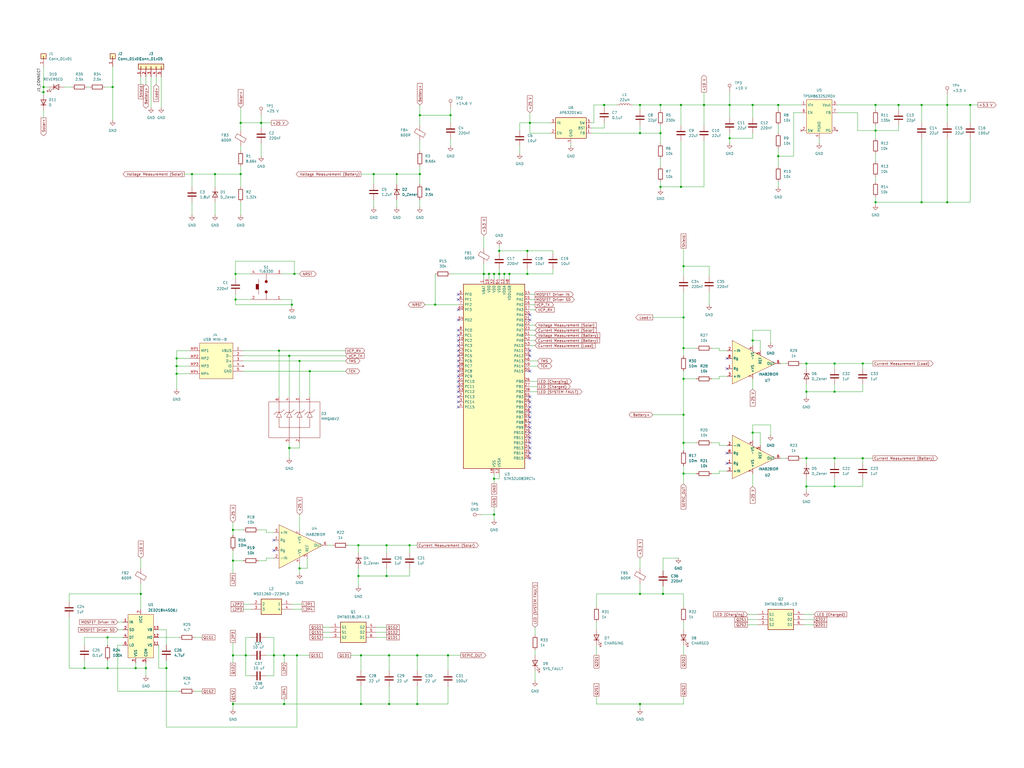
<source format=kicad_sch>
(kicad_sch (version 20231120) (generator "eeschema") (generator_version "8.0")
  (paper "User" 508 381)
  (title_block (title "OU AIMNet Version 6.1: MPPT Charge Controller Circuit") (company "Weng's Group"))
  (lib_symbols
    (symbol "Connector:TestPoint" (pin_numbers hide) (pin_names (offset 0.762) hide)
      (property "Reference" "TP" (at 0 6.858 0))
      (property "Value" "TestPoint" (at 0 5.08 0))
      (symbol "TestPoint_1_1"
        (pin passive line (at 0 0 90) (length 2.54) (name "1") (number "1"))
      )
    )
    (symbol "Connector_Generic:Conn_01x01" (pin_names (offset 1.016) hide)
      (property "Reference" "J" (at 0 2.54 0))
      (property "Value" "Conn_01x01" (at 0 -2.54 0))
      (symbol "Conn_01x01_1_1"
        (pin passive line (at -5.08 0 0) (length 3.81) (name "Pin_1") (number "1"))
      )
    )
    (symbol "Connector_Generic:Conn_01x05" (pin_names (offset 1.016) hide)
      (property "Reference" "J" (at 0 7.62 0))
      (property "Value" "Conn_01x05" (at 0 -7.62 0))
      (symbol "Conn_01x05_1_1"
        (pin passive line (at -5.08 5.08 0) (length 3.81) (name "Pin_1") (number "1"))
        (pin passive line (at -5.08 2.54 0) (length 3.81) (name "Pin_2") (number "2"))
        (pin passive line (at -5.08 0 0) (length 3.81) (name "Pin_3") (number "3"))
        (pin passive line (at -5.08 -2.54 0) (length 3.81) (name "Pin_4") (number "4"))
        (pin passive line (at -5.08 -5.08 0) (length 3.81) (name "Pin_5") (number "5"))
      )
    )
    (symbol "Custom_OUAIMNet:2ED21844S06J"
      (property "Reference" "U" (at 0 0 0))
      (property "Value" "2ED21844SO6J" (at 9.144 13.462 0))
      (symbol "2ED21844S06J_1_1"
        (pin input line (at -8.89 7.62 0) (length 2.54) (name "IN") (number "1"))
        (pin passive line (at 8.89 -3.81 180) (length 2.54) (name "VS") (number "11"))
        (pin output line (at 8.89 0 180) (length 2.54) (name "HO") (number "12"))
        (pin passive line (at 8.89 3.81 180) (length 2.54) (name "VB") (number "13"))
        (pin input line (at -8.89 3.81 0) (length 2.54) (name "SD") (number "2"))
        (pin power_in line (at -2.54 -12.7 90) (length 2.54) (name "VSS") (number "3"))
        (pin passive line (at -8.89 0 0) (length 2.54) (name "DT") (number "4"))
        (pin power_in line (at 2.54 -12.7 90) (length 2.54) (name "COM") (number "5"))
        (pin output line (at -8.89 -3.81 0) (length 2.54) (name "LO") (number "6"))
        (pin power_in line (at 0 13.97 270) (length 2.54) (name "VCC") (number "7"))
      )
    )
    (symbol "Custom_OUAIMNet:54819-1572"
      (property "Reference" "J" (at 0.254 7.874 0))
      (property "Value" "USB MINI-B" (at 0.254 5.08 0))
      (symbol "54819-1572_1_1"
        (pin passive line (at 13.97 0 180) (length 5.08) (name "VBUS") (number "1"))
        (pin passive line (at 13.97 -2.54 180) (length 5.08) (name "D-") (number "2"))
        (pin passive line (at 13.97 -5.08 180) (length 5.08) (name "D+") (number "3"))
        (pin no_connect line (at 13.97 -7.62 180) (length 5.08) (name "ID") (number "4"))
        (pin passive line (at 13.97 -10.16 180) (length 5.08) (name "GND") (number "5"))
        (pin passive line (at -12.7 0 0) (length 5.08) (name "MP1") (number "MP1"))
        (pin passive line (at -12.7 -3.81 0) (length 5.08) (name "MP2") (number "MP2"))
        (pin passive line (at -12.7 -7.62 0) (length 5.08) (name "MP3") (number "MP3"))
        (pin passive line (at -12.7 -11.43 0) (length 5.08) (name "MP4") (number "MP4"))
      )
    )
    (symbol "Custom_OUAIMNet:DMT6018LDR-13"
      (property "Reference" "Q" (at 19.05 7.62 0))
      (property "Value" "DMT6018LDR-13" (at 19.05 5.08 0))
      (symbol "DMT6018LDR-13_1_1"
        (pin passive line (at 0 0 0) (length 5.08) (name "G1") (number "1"))
        (pin passive line (at 0 -2.54 0) (length 5.08) (name "S1") (number "2"))
        (pin passive line (at 0 -5.08 0) (length 5.08) (name "S2") (number "3"))
        (pin passive line (at 22.86 0 180) (length 5.08) (name "G2") (number "4"))
        (pin passive line (at 22.86 -2.54 180) (length 5.08) (name "D2") (number "5"))
        (pin passive line (at 22.86 -5.08 180) (length 5.08) (name "D1") (number "6"))
      )
    )
    (symbol "Custom_OUAIMNet:INA828IDR"
      (property "Reference" "U" (at 6.858 9.144 0))
      (property "Value" "INA828IDR" (at 8.636 6.096 0))
      (symbol "INA828IDR_1_1"
        (pin passive line (at -12.7 2.54 0) (length 2.54) (name "Rg") (number "1"))
        (pin input line (at -12.7 -6.35 0) (length 2.54) (name "-IN") (number "2"))
        (pin input line (at -12.7 6.35 0) (length 2.54) (name "+IN") (number "3"))
        (pin power_in line (at 0 -8.89 90) (length 2.54) (name "-VS") (number "4"))
        (pin input line (at 3.81 -6.35 90) (length 2.54) (name "REF") (number "5"))
        (pin output line (at 13.97 0 180) (length 2.54) (name "OUT") (number "6"))
        (pin power_in line (at 0 7.62 270) (length 2.54) (name "+VS") (number "7"))
        (pin passive line (at -12.7 -2.54 0) (length 2.54) (name "Rg") (number "8"))
      )
    )
    (symbol "Custom_OUAIMNet:MMQA6V2"
      (property "Reference" "D" (at 5.588 1.27 90))
      (property "Value" "MMQA6V2" (at 7.874 5.08 90))
      (symbol "MMQA6V2_1_1"
        (pin passive line (at -2.54 -5.08 0) (length 2.54) (name "") (number "1"))
        (pin passive line (at 20.32 -10.16 180) (length 2.54) (name "") (number "2"))
        (pin passive line (at -2.54 -10.16 0) (length 2.54) (name "") (number "3"))
        (pin passive line (at -2.54 -15.24 0) (length 2.54) (name "") (number "4"))
        (pin passive line (at 20.32 -15.24 180) (length 2.54) (name "") (number "5"))
        (pin passive line (at -2.54 -20.32 0) (length 2.54) (name "") (number "6"))
      )
    )
    (symbol "Custom_OUAIMNet:MSD1260T-223MSB"
      (property "Reference" "L" (at 16.51 7.62 0))
      (property "Value" "MSD1260T-223MSB" (at 16.51 5.08 0))
      (symbol "MSD1260T-223MSB_1_1"
        (pin passive line (at 20.32 0 180) (length 5.08) (name "1") (number "1"))
        (pin passive line (at 0 0 0) (length 5.08) (name "2") (number "2"))
        (pin passive line (at 0 -2.54 0) (length 5.08) (name "3") (number "3"))
        (pin passive line (at 20.32 -2.54 180) (length 5.08) (name "4") (number "4"))
      )
    )
    (symbol "Custom_OUAIMNet:TL6330"
      (property "Reference" "S" (at 0 3.556 0))
      (property "Value" "TL6330" (at 0 1.016 0))
      (symbol "TL6330_1_1"
        (pin input line (at -7.62 -12.7 0) (length 2.54) (name "") (number "1"))
        (pin input line (at 7.62 -12.7 180) (length 2.54) (name "") (number "2"))
        (pin input line (at -7.62 0 0) (length 2.54) (name "") (number "3"))
        (pin input line (at 7.62 0 180) (length 2.54) (name "") (number "4"))
      )
    )
    (symbol "Custom_OUAIMNet:TPSM863252RDX"
      (property "Reference" "U" (at 0 0 0))
      (property "Value" "TPSM863252RDX" (at 0.254 10.414 0))
      (symbol "TPSM863252RDX_1_1"
        (pin power_in line (at -8.89 6.35 0) (length 2.54) (name "Vin") (number "1"))
        (pin no_connect line (at -8.89 -6.35 0) (length 2.54) (name "SW") (number "2"))
        (pin power_out line (at 8.89 6.35 180) (length 2.54) (name "Vout") (number "3"))
        (pin power_in line (at 0 -10.16 90) (length 2.54) (name "PGND") (number "4"))
        (pin no_connect line (at 8.89 -6.35 180) (length 2.54) (name "PG") (number "5"))
        (pin input line (at -8.89 2.54 0) (length 2.54) (name "EN") (number "6"))
        (pin input line (at 8.89 2.54 180) (length 2.54) (name "FB") (number "7"))
      )
    )
    (symbol "Device:C" (pin_numbers hide) (pin_names (offset 0.254))
      (property "Reference" "C" (at 0.635 2.54 0))
      (property "Value" "C" (at 0.635 -2.54 0))
      (symbol "C_1_1"
        (pin passive line (at 0 3.81 270) (length 2.794) (name "~") (number "1"))
        (pin passive line (at 0 -3.81 90) (length 2.794) (name "~") (number "2"))
      )
    )
    (symbol "Device:D" (pin_numbers hide) (pin_names (offset 1.016) hide)
      (property "Reference" "D" (at 0 2.54 0))
      (property "Value" "D" (at 0 -2.54 0))
      (symbol "D_1_1"
        (pin passive line (at -3.81 0 0) (length 2.54) (name "K") (number "1"))
        (pin passive line (at 3.81 0 180) (length 2.54) (name "A") (number "2"))
      )
    )
    (symbol "Device:D_Zener" (pin_numbers hide) (pin_names (offset 1.016) hide)
      (property "Reference" "D" (at 0 2.54 0))
      (property "Value" "D_Zener" (at 0 -2.54 0))
      (symbol "D_Zener_1_1"
        (pin passive line (at -3.81 0 0) (length 2.54) (name "K") (number "1"))
        (pin passive line (at 3.81 0 180) (length 2.54) (name "A") (number "2"))
      )
    )
    (symbol "Device:FerriteBead" (pin_numbers hide) (pin_names (offset 0))
      (property "Reference" "FB" (at -3.81 0.635 90))
      (property "Value" "FerriteBead" (at 3.81 0 90))
      (symbol "FerriteBead_1_1"
        (pin passive line (at 0 3.81 270) (length 2.54) (name "~") (number "1"))
        (pin passive line (at 0 -3.81 90) (length 2.54) (name "~") (number "2"))
      )
    )
    (symbol "Device:L" (pin_numbers hide) (pin_names (offset 1.016) hide)
      (property "Reference" "L" (at -1.27 0 90))
      (property "Value" "L" (at 1.905 0 90))
      (symbol "L_1_1"
        (pin passive line (at 0 3.81 270) (length 1.27) (name "1") (number "1"))
        (pin passive line (at 0 -3.81 90) (length 1.27) (name "2") (number "2"))
      )
    )
    (symbol "Device:LED" (pin_numbers hide) (pin_names (offset 1.016) hide)
      (property "Reference" "D" (at 0 2.54 0))
      (property "Value" "LED" (at 0 -2.54 0))
      (symbol "LED_1_1"
        (pin passive line (at -3.81 0 0) (length 2.54) (name "K") (number "1"))
        (pin passive line (at 3.81 0 180) (length 2.54) (name "A") (number "2"))
      )
    )
    (symbol "Device:R" (pin_numbers hide) (pin_names (offset 0))
      (property "Reference" "R" (at 2.032 0 90))
      (property "Value" "R" (at 0 0 90))
      (symbol "R_1_1"
        (pin passive line (at 0 3.81 270) (length 1.27) (name "~") (number "1"))
        (pin passive line (at 0 -3.81 90) (length 1.27) (name "~") (number "2"))
      )
    )
    (symbol "MCU_ST_STM32U0:STM32U083RCTx"
      (property "Reference" "U" (at -15.24 46.99 0))
      (property "Value" "STM32U083RCTx" (at 10.16 46.99 0))
      (symbol "STM32U083RCTx_1_1"
        (pin power_in line (at -5.08 48.26 270) (length 2.54) (name "VBAT") (number "1"))
        (pin bidirectional line (at -17.78 17.78 0) (length 2.54) (name "PC2") (number "10"))
        (pin bidirectional line (at -17.78 15.24 0) (length 2.54) (name "PC3") (number "11"))
        (pin power_in line (at 2.54 -48.26 90) (length 2.54) (name "VSSA") (number "12"))
        (pin power_in line (at 5.08 48.26 270) (length 2.54) (name "VDDA") (number "13"))
        (pin bidirectional line (at 17.78 40.64 180) (length 2.54) (name "PA0") (number "14"))
        (pin bidirectional line (at 17.78 38.1 180) (length 2.54) (name "PA1") (number "15"))
        (pin bidirectional line (at 17.78 35.56 180) (length 2.54) (name "PA2") (number "16"))
        (pin bidirectional line (at 17.78 33.02 180) (length 2.54) (name "PA3") (number "17"))
        (pin power_in line (at 0 -48.26 90) (length 2.54) (name "VSS") (number "18"))
        (pin power_in line (at -2.54 48.26 270) (length 2.54) (name "VDD") (number "19"))
        (pin bidirectional line (at -17.78 -10.16 0) (length 2.54) (name "PC13") (number "2"))
        (pin bidirectional line (at 17.78 30.48 180) (length 2.54) (name "PA4") (number "20"))
        (pin bidirectional line (at 17.78 27.94 180) (length 2.54) (name "PA5") (number "21"))
        (pin bidirectional line (at 17.78 25.4 180) (length 2.54) (name "PA6") (number "22"))
        (pin bidirectional line (at 17.78 22.86 180) (length 2.54) (name "PA7") (number "23"))
        (pin bidirectional line (at -17.78 12.7 0) (length 2.54) (name "PC4") (number "24"))
        (pin bidirectional line (at -17.78 10.16 0) (length 2.54) (name "PC5") (number "25"))
        (pin bidirectional line (at 17.78 -2.54 180) (length 2.54) (name "PB0") (number "26"))
        (pin bidirectional line (at 17.78 -5.08 180) (length 2.54) (name "PB1") (number "27"))
        (pin bidirectional line (at 17.78 -7.62 180) (length 2.54) (name "PB2") (number "28"))
        (pin bidirectional line (at 17.78 -27.94 180) (length 2.54) (name "PB10") (number "29"))
        (pin bidirectional line (at -17.78 -12.7 0) (length 2.54) (name "PC14") (number "3"))
        (pin bidirectional line (at 17.78 -30.48 180) (length 2.54) (name "PB11") (number "30"))
        (pin passive line (at 0 -48.26 90) (length 2.54) hide (name "VSS") (number "31"))
        (pin power_in line (at 0 48.26 270) (length 2.54) (name "VDD") (number "32"))
        (pin bidirectional line (at 17.78 -33.02 180) (length 2.54) (name "PB12") (number "33"))
        (pin bidirectional line (at 17.78 -35.56 180) (length 2.54) (name "PB13") (number "34"))
        (pin bidirectional line (at 17.78 -38.1 180) (length 2.54) (name "PB14") (number "35"))
        (pin bidirectional line (at 17.78 -40.64 180) (length 2.54) (name "PB15") (number "36"))
        (pin bidirectional line (at -17.78 7.62 0) (length 2.54) (name "PC6") (number "37"))
        (pin bidirectional line (at -17.78 5.08 0) (length 2.54) (name "PC7") (number "38"))
        (pin bidirectional line (at -17.78 2.54 0) (length 2.54) (name "PC8") (number "39"))
        (pin bidirectional line (at -17.78 -15.24 0) (length 2.54) (name "PC15") (number "4"))
        (pin bidirectional line (at -17.78 0 0) (length 2.54) (name "PC9") (number "40"))
        (pin bidirectional line (at 17.78 20.32 180) (length 2.54) (name "PA8") (number "41"))
        (pin bidirectional line (at 17.78 17.78 180) (length 2.54) (name "PA9") (number "42"))
        (pin bidirectional line (at 17.78 15.24 180) (length 2.54) (name "PA10") (number "43"))
        (pin bidirectional line (at 17.78 12.7 180) (length 2.54) (name "PA11") (number "44"))
        (pin bidirectional line (at 17.78 10.16 180) (length 2.54) (name "PA12") (number "45"))
        (pin bidirectional line (at 17.78 7.62 180) (length 2.54) (name "PA13") (number "46"))
        (pin passive line (at 0 -48.26 90) (length 2.54) hide (name "VSS") (number "47"))
        (pin power_in line (at 7.62 48.26 270) (length 2.54) (name "VDDUSB") (number "48"))
        (pin bidirectional line (at 17.78 5.08 180) (length 2.54) (name "PA14") (number "49"))
        (pin bidirectional line (at -17.78 40.64 0) (length 2.54) (name "PF0") (number "5"))
        (pin bidirectional line (at 17.78 2.54 180) (length 2.54) (name "PA15") (number "50"))
        (pin bidirectional line (at -17.78 -2.54 0) (length 2.54) (name "PC10") (number "51"))
        (pin bidirectional line (at -17.78 -5.08 0) (length 2.54) (name "PC11") (number "52"))
        (pin bidirectional line (at -17.78 -7.62 0) (length 2.54) (name "PC12") (number "53"))
        (pin bidirectional line (at -17.78 27.94 0) (length 2.54) (name "PD2") (number "54"))
        (pin bidirectional line (at 17.78 -10.16 180) (length 2.54) (name "PB3") (number "55"))
        (pin bidirectional line (at 17.78 -12.7 180) (length 2.54) (name "PB4") (number "56"))
        (pin bidirectional line (at 17.78 -15.24 180) (length 2.54) (name "PB5") (number "57"))
        (pin bidirectional line (at 17.78 -17.78 180) (length 2.54) (name "PB6") (number "58"))
        (pin bidirectional line (at 17.78 -20.32 180) (length 2.54) (name "PB7") (number "59"))
        (pin bidirectional line (at -17.78 38.1 0) (length 2.54) (name "PF1") (number "6"))
        (pin bidirectional line (at -17.78 33.02 0) (length 2.54) (name "PF3") (number "60"))
        (pin bidirectional line (at 17.78 -22.86 180) (length 2.54) (name "PB8") (number "61"))
        (pin bidirectional line (at 17.78 -25.4 180) (length 2.54) (name "PB9") (number "62"))
        (pin passive line (at 0 -48.26 90) (length 2.54) hide (name "VSS") (number "63"))
        (pin power_in line (at 2.54 48.26 270) (length 2.54) (name "VDD") (number "64"))
        (pin bidirectional line (at -17.78 35.56 0) (length 2.54) (name "PF2") (number "7"))
        (pin bidirectional line (at -17.78 22.86 0) (length 2.54) (name "PC0") (number "8"))
        (pin bidirectional line (at -17.78 20.32 0) (length 2.54) (name "PC1") (number "9"))
      )
    )
    (symbol "Regulator_Switching:AP63201WU"
      (property "Reference" "U" (at -7.62 6.35 0))
      (property "Value" "AP63201WU" (at 2.54 6.35 0))
      (symbol "AP63201WU_1_1"
        (pin input line (at 10.16 -2.54 180) (length 2.54) (name "FB") (number "1"))
        (pin input line (at -10.16 -2.54 0) (length 2.54) (name "EN") (number "2"))
        (pin power_in line (at -10.16 2.54 0) (length 2.54) (name "IN") (number "3"))
        (pin power_in line (at 0 -7.62 90) (length 2.54) (name "GND") (number "4"))
        (pin output line (at 10.16 2.54 180) (length 2.54) (name "SW") (number "5"))
        (pin passive line (at 10.16 0 180) (length 2.54) (name "BST") (number "6"))
      )
    )
    (symbol "power:GND" (power) (pin_numbers hide) (pin_names (offset 0) hide)
      (property "Value" "GND" (at 0 -3.81 0))
      (symbol "GND_1_1"
        (pin power_in line (at 0 0 270) (length 0) (name "~") (number "1"))
      )
    )
  )
  (junction (at 116.84 135.89))
  (junction (at 135.89 325.12))
  (junction (at 317.5 52.07))
  (junction (at 55.88 43.18))
  (junction (at 21.59 45.72))
  (junction (at 245.11 255.27))
  (junction (at 427.99 227.33))
  (junction (at 469.9 100.33))
  (junction (at 339.09 219.71))
  (junction (at 339.09 205.74))
  (junction (at 261.62 124.46))
  (junction (at 339.09 157.48))
  (junction (at 203.2 270.51))
  (junction (at 119.38 86.36))
  (junction (at 72.39 331.47))
  (junction (at 146.05 135.89))
  (junction (at 339.09 172.72))
  (junction (at 115.57 349.25))
  (junction (at 400.05 194.31))
  (junction (at 386.08 52.07))
  (junction (at 327.66 92.71))
  (junction (at 400.05 241.3))
  (junction (at 148.59 281.94))
  (junction (at 400.05 180.34))
  (junction (at 179.07 325.12))
  (junction (at 457.2 100.33))
  (junction (at 119.38 60.96))
  (junction (at 53.34 331.47))
  (junction (at 400.05 227.33))
  (junction (at 215.9 151.13))
  (junction (at 87.63 177.8))
  (junction (at 434.34 64.77))
  (junction (at 222.25 325.12))
  (junction (at 247.65 135.89))
  (junction (at 193.04 349.25))
  (junction (at 69.85 294.64))
  (junction (at 67.31 331.47))
  (junction (at 262.89 60.96))
  (junction (at 349.25 52.07))
  (junction (at 138.43 173.99))
  (junction (at 185.42 86.36))
  (junction (at 223.52 57.15))
  (junction (at 328.93 294.64))
  (junction (at 21.59 43.18))
  (junction (at 208.28 86.36))
  (junction (at 252.73 135.89))
  (junction (at 317.5 349.25))
  (junction (at 140.97 325.12))
  (junction (at 414.02 194.31))
  (junction (at 481.33 52.07))
  (junction (at 339.09 234.95))
  (junction (at 245.11 135.89))
  (junction (at 193.04 325.12))
  (junction (at 317.5 294.64))
  (junction (at 191.77 285.75))
  (junction (at 208.28 57.15))
  (junction (at 147.32 325.12))
  (junction (at 339.09 187.96))
  (junction (at 153.67 184.15))
  (junction (at 414.02 180.34))
  (junction (at 53.34 316.23))
  (junction (at 414.02 227.33))
  (junction (at 361.95 68.58))
  (junction (at 41.91 331.47))
  (junction (at 95.25 86.36))
  (junction (at 179.07 349.25))
  (junction (at 327.66 66.04))
  (junction (at 87.63 185.42))
  (junction (at 207.01 325.12))
  (junction (at 373.38 214.63))
  (junction (at 434.34 52.07))
  (junction (at 337.82 52.07))
  (junction (at 299.72 52.07))
  (junction (at 116.84 148.59))
  (junction (at 317.5 66.04))
  (junction (at 115.57 325.12))
  (junction (at 245.11 237.49))
  (junction (at 469.9 52.07))
  (junction (at 177.8 270.51))
  (junction (at 373.38 52.07))
  (junction (at 373.38 168.91))
  (junction (at 121.92 325.12))
  (junction (at 82.55 331.47))
  (junction (at 144.78 151.13))
  (junction (at 414.02 241.3))
  (junction (at 339.09 132.08))
  (junction (at 427.99 180.34))
  (junction (at 247.65 124.46))
  (junction (at 115.57 262.89))
  (junction (at 327.66 52.07))
  (junction (at 261.62 135.89))
  (junction (at 207.01 349.25))
  (junction (at 177.8 285.75))
  (junction (at 191.77 270.51))
  (junction (at 434.34 100.33))
  (junction (at 250.19 135.89))
  (junction (at 457.2 52.07))
  (junction (at 240.03 135.89))
  (junction (at 386.08 77.47))
  (junction (at 87.63 181.61))
  (junction (at 140.97 349.25))
  (junction (at 337.82 92.71))
  (junction (at 129.54 60.96))
  (junction (at 361.95 52.07))
  (junction (at 148.59 179.07))
  (junction (at 106.68 86.36))
  (junction (at 115.57 278.13))
  (junction (at 196.85 86.36))
  (junction (at 242.57 135.89))
  (junction (at 143.51 176.53))
  (junction (at 143.51 222.25))
  (junction (at 445.77 52.07))
  (no_connect (at 227.33 153.67))
  (no_connect (at 227.33 176.53))
  (no_connect (at 227.33 189.23))
  (no_connect (at 262.89 199.39))
  (no_connect (at 227.33 191.77))
  (no_connect (at 262.89 158.75))
  (no_connect (at 227.33 146.05))
  (no_connect (at 227.33 194.31))
  (no_connect (at 227.33 168.91))
  (no_connect (at 227.33 186.69))
  (no_connect (at 262.89 204.47))
  (no_connect (at 262.89 184.15))
  (no_connect (at 262.89 156.21))
  (no_connect (at 262.89 212.09))
  (no_connect (at 227.33 163.83))
  (no_connect (at 135.89 267.97))
  (no_connect (at 360.68 177.8))
  (no_connect (at 360.68 224.79))
  (no_connect (at 262.89 207.01))
  (no_connect (at 262.89 214.63))
  (no_connect (at 227.33 158.75))
  (no_connect (at 262.89 201.93))
  (no_connect (at 227.33 201.93))
  (no_connect (at 227.33 196.85))
  (no_connect (at 262.89 173.99))
  (no_connect (at 227.33 199.39))
  (no_connect (at 262.89 196.85))
  (no_connect (at 227.33 148.59))
  (no_connect (at 360.68 182.88))
  (no_connect (at 227.33 171.45))
  (no_connect (at 262.89 224.79))
  (no_connect (at 262.89 227.33))
  (no_connect (at 135.89 273.05))
  (no_connect (at 360.68 229.87))
  (no_connect (at 227.33 184.15))
  (no_connect (at 227.33 173.99))
  (no_connect (at 227.33 179.07))
  (no_connect (at 262.89 222.25))
  (no_connect (at 227.33 181.61))
  (no_connect (at 262.89 209.55))
  (no_connect (at 262.89 176.53))
  (no_connect (at 262.89 217.17))
  (no_connect (at 227.33 166.37))
  (no_connect (at 262.89 219.71))
  (wire (pts (xy 132.08 278.13) (xy 128.27 278.13)))
  (wire (pts (xy 414.02 194.31) (xy 400.05 194.31)))
  (wire (pts (xy 143.51 176.53) (xy 171.45 176.53)))
  (wire (pts (xy 67.31 328.93) (xy 67.31 331.47)))
  (wire (pts (xy 238.76 255.27) (xy 245.11 255.27)))
  (wire (pts (xy 139.7 135.89) (xy 146.05 135.89)))
  (wire (pts (xy 147.32 325.12) (xy 153.67 325.12)))
  (wire (pts (xy 406.4 68.58) (xy 406.4 71.12)))
  (wire (pts (xy 82.55 331.47) (xy 82.55 327.66)))
  (wire (pts (xy 144.78 299.72) (xy 149.86 299.72)))
  (wire (pts (xy 339.09 231.14) (xy 339.09 234.95)))
  (wire (pts (xy 43.18 43.18) (xy 44.45 43.18)))
  (wire (pts (xy 215.9 135.89) (xy 215.9 151.13)))
  (wire (pts (xy 339.09 234.95) (xy 339.09 240.03)))
  (wire (pts (xy 223.52 60.96) (xy 223.52 57.15)))
  (wire (pts (xy 295.91 345.44) (xy 295.91 349.25)))
  (wire (pts (xy 87.63 177.8) (xy 87.63 181.61)))
  (wire (pts (xy 261.62 125.73) (xy 261.62 124.46)))
  (wire (pts (xy 147.32 360.68) (xy 147.32 325.12)))
  (wire (pts (xy 414.02 241.3) (xy 400.05 241.3)))
  (wire (pts (xy 91.44 86.36) (xy 95.25 86.36)))
  (wire (pts (xy 177.8 281.94) (xy 177.8 285.75)))
  (wire (pts (xy 115.57 262.89) (xy 115.57 265.43)))
  (wire (pts (xy 138.43 173.99) (xy 171.45 173.99)))
  (wire (pts (xy 247.65 121.92) (xy 247.65 124.46)))
  (wire (pts (xy 373.38 168.91) (xy 373.38 171.45)))
  (wire (pts (xy 143.51 176.53) (xy 143.51 196.85)))
  (wire (pts (xy 382.27 170.18) (xy 382.27 163.83)))
  (wire (pts (xy 469.9 100.33) (xy 457.2 100.33)))
  (wire (pts (xy 115.57 325.12) (xy 115.57 328.93)))
  (wire (pts (xy 356.87 234.95) (xy 353.06 234.95)))
  (wire (pts (xy 262.89 194.31) (xy 266.7 194.31)))
  (wire (pts (xy 370.84 304.8) (xy 375.92 304.8)))
  (wire (pts (xy 339.09 137.16) (xy 339.09 132.08)))
  (wire (pts (xy 457.2 68.58) (xy 457.2 100.33)))
  (wire (pts (xy 208.28 57.15) (xy 208.28 62.23)))
  (wire (pts (xy 143.51 222.25) (xy 143.51 227.33)))
  (wire (pts (xy 186.69 316.23) (xy 191.77 316.23)))
  (wire (pts (xy 121.92 335.28) (xy 121.92 325.12)))
  (wire (pts (xy 148.59 281.94) (xy 148.59 284.48)))
  (wire (pts (xy 222.25 325.12) (xy 228.6 325.12)))
  (wire (pts (xy 106.68 86.36) (xy 106.68 92.71)))
  (wire (pts (xy 469.9 52.07) (xy 481.33 52.07)))
  (wire (pts (xy 274.32 135.89) (xy 261.62 135.89)))
  (wire (pts (xy 196.85 86.36) (xy 196.85 91.44)))
  (wire (pts (xy 69.85 38.1) (xy 69.85 41.91)))
  (wire (pts (xy 82.55 312.42) (xy 78.74 312.42)))
  (wire (pts (xy 191.77 285.75) (xy 177.8 285.75)))
  (wire (pts (xy 191.77 281.94) (xy 191.77 285.75)))
  (wire (pts (xy 257.81 72.39) (xy 257.81 76.2)))
  (wire (pts (xy 373.38 163.83) (xy 373.38 168.91)))
  (wire (pts (xy 82.55 360.68) (xy 82.55 331.47)))
  (wire (pts (xy 373.38 52.07) (xy 373.38 58.42)))
  (wire (pts (xy 262.89 161.29) (xy 265.43 161.29)))
  (wire (pts (xy 382.27 210.82) (xy 373.38 210.82)))
  (wire (pts (xy 457.2 60.96) (xy 457.2 52.07)))
  (wire (pts (xy 245.11 237.49) (xy 245.11 240.03)))
  (wire (pts (xy 247.65 124.46) (xy 247.65 125.73)))
  (wire (pts (xy 135.89 316.23) (xy 135.89 325.12)))
  (wire (pts (xy 21.59 54.61) (xy 21.59 58.42)))
  (wire (pts (xy 262.89 179.07) (xy 266.7 179.07)))
  (wire (pts (xy 299.72 63.5) (xy 293.37 63.5)))
  (wire (pts (xy 115.57 349.25) (xy 115.57 351.79)))
  (wire (pts (xy 116.84 151.13) (xy 144.78 151.13)))
  (wire (pts (xy 262.89 181.61) (xy 266.7 181.61)))
  (wire (pts (xy 434.34 87.63) (xy 434.34 90.17)))
  (wire (pts (xy 69.85 294.64) (xy 69.85 302.26)))
  (wire (pts (xy 317.5 276.86) (xy 317.5 281.94)))
  (wire (pts (xy 339.09 184.15) (xy 339.09 187.96)))
  (wire (pts (xy 317.5 349.25) (xy 295.91 349.25)))
  (wire (pts (xy 349.25 52.07) (xy 349.25 62.23)))
  (wire (pts (xy 457.2 52.07) (xy 469.9 52.07)))
  (wire (pts (xy 34.29 306.07) (xy 34.29 331.47)))
  (wire (pts (xy 222.25 349.25) (xy 207.01 349.25)))
  (wire (pts (xy 373.38 214.63) (xy 373.38 218.44)))
  (wire (pts (xy 191.77 274.32) (xy 191.77 270.51)))
  (wire (pts (xy 445.77 52.07) (xy 457.2 52.07)))
  (wire (pts (xy 427.99 241.3) (xy 414.02 241.3)))
  (wire (pts (xy 20.32 45.72) (xy 21.59 45.72)))
  (wire (pts (xy 397.51 180.34) (xy 400.05 180.34)))
  (wire (pts (xy 294.64 52.07) (xy 299.72 52.07)))
  (wire (pts (xy 481.33 52.07) (xy 481.33 60.96)))
  (wire (pts (xy 427.99 194.31) (xy 414.02 194.31)))
  (wire (pts (xy 129.54 60.96) (xy 134.62 60.96)))
  (wire (pts (xy 93.98 173.99) (xy 87.63 173.99)))
  (wire (pts (xy 414.02 182.88) (xy 414.02 180.34)))
  (wire (pts (xy 146.05 129.54) (xy 116.84 129.54)))
  (wire (pts (xy 387.35 227.33) (xy 389.89 227.33)))
  (wire (pts (xy 327.66 90.17) (xy 327.66 92.71)))
  (wire (pts (xy 245.11 234.95) (xy 245.11 237.49)))
  (wire (pts (xy 100.33 316.23) (xy 96.52 316.23)))
  (wire (pts (xy 152.4 281.94) (xy 148.59 281.94)))
  (wire (pts (xy 425.45 64.77) (xy 434.34 64.77)))
  (wire (pts (xy 60.96 320.04) (xy 58.42 320.04)))
  (wire (pts (xy 140.97 346.71) (xy 140.97 349.25)))
  (wire (pts (xy 119.38 100.33) (xy 119.38 106.68)))
  (wire (pts (xy 191.77 270.51) (xy 203.2 270.51)))
  (wire (pts (xy 120.65 302.26) (xy 124.46 302.26)))
  (wire (pts (xy 74.93 38.1) (xy 74.93 53.34)))
  (wire (pts (xy 434.34 100.33) (xy 457.2 100.33)))
  (wire (pts (xy 317.5 294.64) (xy 328.93 294.64)))
  (wire (pts (xy 240.03 130.81) (xy 240.03 135.89)))
  (wire (pts (xy 265.43 311.15) (xy 265.43 314.96)))
  (wire (pts (xy 262.89 163.83) (xy 265.43 163.83)))
  (wire (pts (xy 414.02 227.33) (xy 400.05 227.33)))
  (wire (pts (xy 262.89 148.59) (xy 265.43 148.59)))
  (wire (pts (xy 398.78 307.34) (xy 403.86 307.34)))
  (wire (pts (xy 349.25 69.85) (xy 349.25 92.71)))
  (wire (pts (xy 121.92 316.23) (xy 124.46 316.23)))
  (wire (pts (xy 119.38 82.55) (xy 119.38 86.36)))
  (wire (pts (xy 135.89 325.12) (xy 140.97 325.12)))
  (wire (pts (xy 177.8 274.32) (xy 177.8 270.51)))
  (wire (pts (xy 87.63 173.99) (xy 87.63 177.8)))
  (wire (pts (xy 427.99 227.33) (xy 414.02 227.33)))
  (wire (pts (xy 119.38 60.96) (xy 129.54 60.96)))
  (wire (pts (xy 398.78 309.88) (xy 403.86 309.88)))
  (wire (pts (xy 339.09 157.48) (xy 339.09 172.72)))
  (wire (pts (xy 349.25 45.72) (xy 349.25 52.07)))
  (wire (pts (xy 140.97 325.12) (xy 140.97 328.93)))
  (wire (pts (xy 293.37 66.04) (xy 317.5 66.04)))
  (wire (pts (xy 120.65 173.99) (xy 138.43 173.99)))
  (wire (pts (xy 262.89 153.67) (xy 265.43 153.67)))
  (wire (pts (xy 247.65 124.46) (xy 261.62 124.46)))
  (wire (pts (xy 193.04 340.36) (xy 193.04 349.25)))
  (wire (pts (xy 143.51 219.71) (xy 143.51 222.25)))
  (wire (pts (xy 361.95 52.07) (xy 373.38 52.07)))
  (wire (pts (xy 339.09 308.61) (xy 339.09 312.42)))
  (wire (pts (xy 434.34 100.33) (xy 434.34 101.6)))
  (wire (pts (xy 469.9 60.96) (xy 469.9 52.07)))
  (wire (pts (xy 252.73 135.89) (xy 250.19 135.89)))
  (wire (pts (xy 185.42 99.06) (xy 185.42 102.87)))
  (wire (pts (xy 78.74 331.47) (xy 78.74 320.04)))
  (wire (pts (xy 87.63 181.61) (xy 87.63 185.42)))
  (wire (pts (xy 203.2 270.51) (xy 207.01 270.51)))
  (wire (pts (xy 351.79 144.78) (xy 351.79 151.13)))
  (wire (pts (xy 119.38 72.39) (xy 119.38 74.93)))
  (wire (pts (xy 135.89 325.12) (xy 132.08 325.12)))
  (wire (pts (xy 207.01 325.12) (xy 193.04 325.12)))
  (wire (pts (xy 77.47 38.1) (xy 77.47 41.91)))
  (wire (pts (xy 345.44 219.71) (xy 339.09 219.71)))
  (wire (pts (xy 115.57 278.13) (xy 115.57 284.48)))
  (wire (pts (xy 393.7 55.88) (xy 393.7 77.47)))
  (wire (pts (xy 119.38 86.36) (xy 119.38 92.71)))
  (wire (pts (xy 115.57 278.13) (xy 120.65 278.13)))
  (wire (pts (xy 177.8 285.75) (xy 177.8 290.83)))
  (wire (pts (xy 207.01 325.12) (xy 222.25 325.12)))
  (wire (pts (xy 317.5 66.04) (xy 327.66 66.04)))
  (wire (pts (xy 140.97 349.25) (xy 179.07 349.25)))
  (wire (pts (xy 247.65 135.89) (xy 245.11 135.89)))
  (wire (pts (xy 339.09 320.04) (xy 339.09 325.12)))
  (wire (pts (xy 210.82 151.13) (xy 215.9 151.13)))
  (wire (pts (xy 250.19 138.43) (xy 250.19 135.89)))
  (wire (pts (xy 317.5 52.07) (xy 313.69 52.07)))
  (wire (pts (xy 317.5 289.56) (xy 317.5 294.64)))
  (wire (pts (xy 445.77 64.77) (xy 434.34 64.77)))
  (wire (pts (xy 207.01 340.36) (xy 207.01 349.25)))
  (wire (pts (xy 41.91 327.66) (xy 41.91 331.47)))
  (wire (pts (xy 153.67 184.15) (xy 153.67 196.85)))
  (wire (pts (xy 208.28 69.85) (xy 208.28 74.93)))
  (wire (pts (xy 445.77 52.07) (xy 434.34 52.07)))
  (wire (pts (xy 386.08 52.07) (xy 397.51 52.07)))
  (wire (pts (xy 427.99 180.34) (xy 414.02 180.34)))
  (wire (pts (xy 148.59 135.89) (xy 146.05 135.89)))
  (wire (pts (xy 129.54 63.5) (xy 129.54 60.96)))
  (wire (pts (xy 247.65 138.43) (xy 247.65 135.89)))
  (wire (pts (xy 397.51 227.33) (xy 400.05 227.33)))
  (wire (pts (xy 222.25 340.36) (xy 222.25 349.25)))
  (wire (pts (xy 377.19 214.63) (xy 373.38 214.63)))
  (wire (pts (xy 129.54 71.12) (xy 129.54 77.47)))
  (wire (pts (xy 414.02 229.87) (xy 414.02 227.33)))
  (wire (pts (xy 434.34 64.77) (xy 434.34 68.58)))
  (wire (pts (xy 386.08 77.47) (xy 386.08 82.55)))
  (wire (pts (xy 434.34 62.23) (xy 434.34 64.77)))
  (wire (pts (xy 481.33 100.33) (xy 469.9 100.33)))
  (wire (pts (xy 262.89 168.91) (xy 265.43 168.91)))
  (wire (pts (xy 179.07 325.12) (xy 193.04 325.12)))
  (wire (pts (xy 337.82 92.71) (xy 327.66 92.71)))
  (wire (pts (xy 160.02 316.23) (xy 163.83 316.23)))
  (wire (pts (xy 72.39 331.47) (xy 72.39 335.28)))
  (wire (pts (xy 116.84 135.89) (xy 124.46 135.89)))
  (wire (pts (xy 386.08 73.66) (xy 386.08 77.47)))
  (wire (pts (xy 196.85 99.06) (xy 196.85 102.87)))
  (wire (pts (xy 55.88 33.02) (xy 55.88 43.18)))
  (wire (pts (xy 257.81 60.96) (xy 257.81 64.77)))
  (wire (pts (xy 356.87 220.98) (xy 356.87 219.71)))
  (wire (pts (xy 339.09 234.95) (xy 345.44 234.95)))
  (wire (pts (xy 203.2 281.94) (xy 203.2 285.75)))
  (wire (pts (xy 120.65 299.72) (xy 124.46 299.72)))
  (wire (pts (xy 53.34 331.47) (xy 67.31 331.47)))
  (wire (pts (xy 414.02 180.34) (xy 400.05 180.34)))
  (wire (pts (xy 469.9 68.58) (xy 469.9 100.33)))
  (wire (pts (xy 323.85 157.48) (xy 339.09 157.48)))
  (wire (pts (xy 240.03 116.84) (xy 240.03 123.19)))
  (wire (pts (xy 274.32 133.35) (xy 274.32 135.89)))
  (wire (pts (xy 120.65 176.53) (xy 143.51 176.53)))
  (wire (pts (xy 31.75 43.18) (xy 35.56 43.18)))
  (wire (pts (xy 386.08 90.17) (xy 386.08 92.71)))
  (wire (pts (xy 203.2 274.32) (xy 203.2 270.51)))
  (wire (pts (xy 124.46 325.12) (xy 121.92 325.12)))
  (wire (pts (xy 223.52 68.58) (xy 223.52 72.39)))
  (wire (pts (xy 120.65 179.07) (xy 148.59 179.07)))
  (wire (pts (xy 115.57 349.25) (xy 140.97 349.25)))
  (wire (pts (xy 95.25 100.33) (xy 95.25 106.68)))
  (wire (pts (xy 186.69 311.15) (xy 191.77 311.15)))
  (wire (pts (xy 415.29 55.88) (xy 425.45 55.88)))
  (wire (pts (xy 361.95 45.72) (xy 361.95 52.07)))
  (wire (pts (xy 242.57 138.43) (xy 242.57 135.89)))
  (wire (pts (xy 356.87 233.68) (xy 356.87 234.95)))
  (wire (pts (xy 96.52 342.9) (xy 100.33 342.9)))
  (wire (pts (xy 191.77 270.51) (xy 177.8 270.51)))
  (wire (pts (xy 208.28 82.55) (xy 208.28 86.36)))
  (wire (pts (xy 382.27 215.9) (xy 382.27 210.82)))
  (wire (pts (xy 34.29 294.64) (xy 34.29 298.45)))
  (wire (pts (xy 223.52 53.34) (xy 223.52 57.15)))
  (wire (pts (xy 124.46 335.28) (xy 121.92 335.28)))
  (wire (pts (xy 415.29 52.07) (xy 434.34 52.07)))
  (wire (pts (xy 295.91 308.61) (xy 295.91 312.42)))
  (wire (pts (xy 317.5 349.25) (xy 317.5 351.79)))
  (wire (pts (xy 283.21 71.12) (xy 283.21 72.39)))
  (wire (pts (xy 387.35 180.34) (xy 389.89 180.34)))
  (wire (pts (xy 361.95 52.07) (xy 361.95 58.42)))
  (wire (pts (xy 337.82 69.85) (xy 337.82 92.71)))
  (wire (pts (xy 339.09 345.44) (xy 339.09 349.25)))
  (wire (pts (xy 262.89 189.23) (xy 266.7 189.23)))
  (wire (pts (xy 349.25 92.71) (xy 337.82 92.71)))
  (wire (pts (xy 132.08 316.23) (xy 135.89 316.23)))
  (wire (pts (xy 386.08 52.07) (xy 386.08 54.61)))
  (wire (pts (xy 339.09 144.78) (xy 339.09 157.48)))
  (wire (pts (xy 139.7 148.59) (xy 144.78 148.59)))
  (wire (pts (xy 373.38 52.07) (xy 386.08 52.07)))
  (wire (pts (xy 356.87 187.96) (xy 353.06 187.96)))
  (wire (pts (xy 323.85 205.74) (xy 339.09 205.74)))
  (wire (pts (xy 135.89 335.28) (xy 135.89 325.12)))
  (wire (pts (xy 223.52 135.89) (xy 240.03 135.89)))
  (wire (pts (xy 116.84 146.05) (xy 116.84 148.59)))
  (wire (pts (xy 87.63 177.8) (xy 93.98 177.8)))
  (wire (pts (xy 373.38 234.95) (xy 373.38 241.3)))
  (wire (pts (xy 434.34 76.2) (xy 434.34 80.01)))
  (wire (pts (xy 132.08 276.86) (xy 132.08 278.13)))
  (wire (pts (xy 397.51 55.88) (xy 393.7 55.88)))
  (wire (pts (xy 427.99 190.5) (xy 427.99 194.31)))
  (wire (pts (xy 82.55 320.04) (xy 82.55 312.42)))
  (wire (pts (xy 262.89 166.37) (xy 265.43 166.37)))
  (wire (pts (xy 245.11 255.27) (xy 245.11 257.81)))
  (wire (pts (xy 361.95 66.04) (xy 361.95 68.58)))
  (wire (pts (xy 58.42 320.04) (xy 58.42 342.9)))
  (wire (pts (xy 327.66 78.74) (xy 327.66 82.55)))
  (wire (pts (xy 469.9 46.99) (xy 469.9 52.07)))
  (wire (pts (xy 208.28 57.15) (xy 223.52 57.15)))
  (wire (pts (xy 356.87 173.99) (xy 356.87 172.72)))
  (wire (pts (xy 273.05 60.96) (xy 262.89 60.96)))
  (wire (pts (xy 160.02 313.69) (xy 163.83 313.69)))
  (wire (pts (xy 53.34 316.23) (xy 60.96 316.23)))
  (wire (pts (xy 144.78 151.13) (xy 144.78 152.4)))
  (wire (pts (xy 78.74 331.47) (xy 82.55 331.47)))
  (wire (pts (xy 148.59 279.4) (xy 148.59 281.94)))
  (wire (pts (xy 339.09 172.72) (xy 345.44 172.72)))
  (wire (pts (xy 41.91 316.23) (xy 53.34 316.23)))
  (wire (pts (xy 207.01 349.25) (xy 193.04 349.25)))
  (wire (pts (xy 21.59 33.02) (xy 21.59 43.18)))
  (wire (pts (xy 247.65 133.35) (xy 247.65 135.89)))
  (wire (pts (xy 208.28 86.36) (xy 208.28 91.44)))
  (wire (pts (xy 261.62 124.46) (xy 274.32 124.46)))
  (wire (pts (xy 186.69 313.69) (xy 191.77 313.69)))
  (wire (pts (xy 132.08 262.89) (xy 128.27 262.89)))
  (wire (pts (xy 337.82 52.07) (xy 349.25 52.07)))
  (wire (pts (xy 400.05 237.49) (xy 400.05 241.3)))
  (wire (pts (xy 124.46 148.59) (xy 116.84 148.59)))
  (wire (pts (xy 67.31 331.47) (xy 72.39 331.47)))
  (wire (pts (xy 427.99 182.88) (xy 427.99 180.34)))
  (wire (pts (xy 339.09 123.19) (xy 339.09 132.08)))
  (wire (pts (xy 185.42 91.44) (xy 185.42 86.36)))
  (wire (pts (xy 247.65 234.95) (xy 247.65 237.49)))
  (wire (pts (xy 382.27 163.83) (xy 373.38 163.83)))
  (wire (pts (xy 148.59 222.25) (xy 143.51 222.25)))
  (wire (pts (xy 146.05 135.89) (xy 146.05 129.54)))
  (wire (pts (xy 327.66 54.61) (xy 327.66 52.07)))
  (wire (pts (xy 72.39 328.93) (xy 72.39 331.47)))
  (wire (pts (xy 215.9 151.13) (xy 227.33 151.13)))
  (wire (pts (xy 400.05 241.3) (xy 400.05 243.84)))
  (wire (pts (xy 434.34 97.79) (xy 434.34 100.33)))
  (wire (pts (xy 295.91 294.64) (xy 317.5 294.64)))
  (wire (pts (xy 196.85 86.36) (xy 208.28 86.36)))
  (wire (pts (xy 119.38 60.96) (xy 119.38 64.77)))
  (wire (pts (xy 115.57 318.77) (xy 115.57 325.12)))
  (wire (pts (xy 135.89 264.16) (xy 132.08 264.16)))
  (wire (pts (xy 262.89 60.96) (xy 257.81 60.96)))
  (wire (pts (xy 262.89 66.04) (xy 262.89 60.96)))
  (wire (pts (xy 339.09 132.08) (xy 351.79 132.08)))
  (wire (pts (xy 327.66 52.07) (xy 317.5 52.07)))
  (wire (pts (xy 120.65 184.15) (xy 153.67 184.15)))
  (wire (pts (xy 427.99 227.33) (xy 433.07 227.33)))
  (wire (pts (xy 327.66 62.23) (xy 327.66 66.04)))
  (wire (pts (xy 445.77 52.07) (xy 445.77 54.61)))
  (wire (pts (xy 144.78 302.26) (xy 149.86 302.26)))
  (wire (pts (xy 377.19 173.99) (xy 377.19 168.91)))
  (wire (pts (xy 377.19 220.98) (xy 377.19 214.63)))
  (wire (pts (xy 339.09 187.96) (xy 339.09 205.74)))
  (wire (pts (xy 69.85 294.64) (xy 34.29 294.64)))
  (wire (pts (xy 148.59 219.71) (xy 148.59 222.25)))
  (wire (pts (xy 356.87 172.72) (xy 353.06 172.72)))
  (wire (pts (xy 87.63 185.42) (xy 87.63 193.04)))
  (wire (pts (xy 299.72 60.96) (xy 299.72 63.5)))
  (wire (pts (xy 370.84 307.34) (xy 375.92 307.34)))
  (wire (pts (xy 261.62 133.35) (xy 261.62 135.89)))
  (wire (pts (xy 360.68 173.99) (xy 356.87 173.99)))
  (wire (pts (xy 294.64 60.96) (xy 293.37 60.96)))
  (wire (pts (xy 373.38 210.82) (xy 373.38 214.63)))
  (wire (pts (xy 203.2 285.75) (xy 191.77 285.75)))
  (wire (pts (xy 400.05 229.87) (xy 400.05 227.33)))
  (wire (pts (xy 153.67 184.15) (xy 171.45 184.15)))
  (wire (pts (xy 400.05 194.31) (xy 400.05 196.85)))
  (wire (pts (xy 360.68 186.69) (xy 356.87 186.69)))
  (wire (pts (xy 115.57 347.98) (xy 115.57 349.25)))
  (wire (pts (xy 140.97 325.12) (xy 147.32 325.12)))
  (wire (pts (xy 337.82 52.07) (xy 327.66 52.07)))
  (wire (pts (xy 262.89 191.77) (xy 266.7 191.77)))
  (wire (pts (xy 295.91 294.64) (xy 295.91 300.99)))
  (wire (pts (xy 87.63 181.61) (xy 93.98 181.61)))
  (wire (pts (xy 400.05 190.5) (xy 400.05 194.31)))
  (wire (pts (xy 317.5 62.23) (xy 317.5 66.04)))
  (wire (pts (xy 21.59 43.18) (xy 21.59 45.72)))
  (wire (pts (xy 58.42 312.42) (xy 60.96 312.42)))
  (wire (pts (xy 240.03 135.89) (xy 240.03 138.43)))
  (wire (pts (xy 116.84 148.59) (xy 116.84 151.13)))
  (wire (pts (xy 132.08 264.16) (xy 132.08 262.89)))
  (wire (pts (xy 160.02 311.15) (xy 163.83 311.15)))
  (wire (pts (xy 41.91 331.47) (xy 53.34 331.47)))
  (wire (pts (xy 265.43 332.74) (xy 265.43 337.82)))
  (wire (pts (xy 179.07 340.36) (xy 179.07 349.25)))
  (wire (pts (xy 87.63 185.42) (xy 93.98 185.42)))
  (wire (pts (xy 373.38 66.04) (xy 373.38 68.58)))
  (wire (pts (xy 398.78 304.8) (xy 403.86 304.8)))
  (wire (pts (xy 78.74 316.23) (xy 88.9 316.23)))
  (wire (pts (xy 121.92 325.12) (xy 121.92 316.23)))
  (wire (pts (xy 82.55 360.68) (xy 147.32 360.68)))
  (wire (pts (xy 242.57 135.89) (xy 240.03 135.89)))
  (wire (pts (xy 135.89 276.86) (xy 132.08 276.86)))
  (wire (pts (xy 370.84 309.88) (xy 375.92 309.88)))
  (wire (pts (xy 138.43 173.99) (xy 138.43 196.85)))
  (wire (pts (xy 295.91 320.04) (xy 295.91 325.12)))
  (wire (pts (xy 53.34 327.66) (xy 53.34 331.47)))
  (wire (pts (xy 115.57 325.12) (xy 121.92 325.12)))
  (wire (pts (xy 427.99 180.34) (xy 433.07 180.34)))
  (wire (pts (xy 427.99 237.49) (xy 427.99 241.3)))
  (wire (pts (xy 58.42 308.61) (xy 60.96 308.61)))
  (wire (pts (xy 445.77 62.23) (xy 445.77 64.77)))
  (wire (pts (xy 299.72 52.07) (xy 306.07 52.07)))
  (wire (pts (xy 34.29 331.47) (xy 41.91 331.47)))
  (wire (pts (xy 356.87 186.69) (xy 356.87 187.96)))
  (wire (pts (xy 69.85 276.86) (xy 69.85 281.94)))
  (wire (pts (xy 328.93 294.64) (xy 339.09 294.64)))
  (wire (pts (xy 294.64 60.96) (xy 294.64 52.07)))
  (wire (pts (xy 425.45 55.88) (xy 425.45 64.77)))
  (wire (pts (xy 262.89 146.05) (xy 265.43 146.05)))
  (wire (pts (xy 245.11 251.46) (xy 245.11 255.27)))
  (wire (pts (xy 222.25 325.12) (xy 222.25 332.74)))
  (wire (pts (xy 179.07 86.36) (xy 185.42 86.36)))
  (wire (pts (xy 261.62 135.89) (xy 252.73 135.89)))
  (wire (pts (xy 148.59 255.27) (xy 148.59 262.89)))
  (wire (pts (xy 177.8 270.51) (xy 172.72 270.51)))
  (wire (pts (xy 208.28 52.07) (xy 208.28 57.15)))
  (wire (pts (xy 336.55 276.86) (xy 328.93 276.86)))
  (wire (pts (xy 262.89 55.88) (xy 262.89 60.96)))
  (wire (pts (xy 262.89 171.45) (xy 265.43 171.45)))
  (wire (pts (xy 55.88 43.18) (xy 55.88 59.69)))
  (wire (pts (xy 481.33 68.58) (xy 481.33 100.33)))
  (wire (pts (xy 339.09 176.53) (xy 339.09 172.72)))
  (wire (pts (xy 339.09 219.71) (xy 339.09 223.52)))
  (wire (pts (xy 207.01 332.74) (xy 207.01 325.12)))
  (wire (pts (xy 317.5 52.07) (xy 317.5 54.61)))
  (wire (pts (xy 148.59 179.07) (xy 171.45 179.07)))
  (wire (pts (xy 245.11 138.43) (xy 245.11 135.89)))
  (wire (pts (xy 245.11 237.49) (xy 247.65 237.49)))
  (wire (pts (xy 393.7 77.47) (xy 386.08 77.47)))
  (wire (pts (xy 349.25 52.07) (xy 361.95 52.07)))
  (wire (pts (xy 193.04 349.25) (xy 179.07 349.25)))
  (wire (pts (xy 317.5 349.25) (xy 339.09 349.25)))
  (wire (pts (xy 21.59 45.72) (xy 21.59 46.99)))
  (wire (pts (xy 41.91 320.04) (xy 41.91 316.23)))
  (wire (pts (xy 179.07 332.74) (xy 179.07 325.12)))
  (wire (pts (xy 337.82 62.23) (xy 337.82 52.07)))
  (wire (pts (xy 414.02 190.5) (xy 414.02 194.31)))
  (wire (pts (xy 21.59 43.18) (xy 24.13 43.18)))
  (wire (pts (xy 427.99 229.87) (xy 427.99 227.33)))
  (wire (pts (xy 328.93 290.83) (xy 328.93 294.64)))
  (wire (pts (xy 481.33 52.07) (xy 485.14 52.07)))
  (wire (pts (xy 245.11 135.89) (xy 242.57 135.89)))
  (wire (pts (xy 262.89 151.13) (xy 265.43 151.13)))
  (wire (pts (xy 95.25 86.36) (xy 106.68 86.36)))
  (wire (pts (xy 115.57 259.08) (xy 115.57 262.89)))
  (wire (pts (xy 356.87 219.71) (xy 353.06 219.71)))
  (wire (pts (xy 360.68 220.98) (xy 356.87 220.98)))
  (wire (pts (xy 386.08 62.23) (xy 386.08 66.04)))
  (wire (pts (xy 274.32 125.73) (xy 274.32 124.46)))
  (wire (pts (xy 208.28 99.06) (xy 208.28 102.87)))
  (wire (pts (xy 414.02 237.49) (xy 414.02 241.3)))
  (wire (pts (xy 361.95 68.58) (xy 361.95 71.12)))
  (wire (pts (xy 69.85 289.56) (xy 69.85 294.64)))
  (wire (pts (xy 58.42 342.9) (xy 88.9 342.9)))
  (wire (pts (xy 116.84 138.43) (xy 116.84 135.89)))
  (wire (pts (xy 120.65 262.89) (xy 115.57 262.89)))
  (wire (pts (xy 132.08 335.28) (xy 135.89 335.28)))
  (wire (pts (xy 144.78 148.59) (xy 144.78 151.13)))
  (wire (pts (xy 273.05 66.04) (xy 262.89 66.04)))
  (wire (pts (xy 106.68 100.33) (xy 106.68 106.68)))
  (wire (pts (xy 377.19 168.91) (xy 373.38 168.91)))
  (wire (pts (xy 339.09 300.99) (xy 339.09 294.64)))
  (wire (pts (xy 434.34 52.07) (xy 434.34 54.61)))
  (wire (pts (xy 95.25 92.71) (xy 95.25 86.36)))
  (wire (pts (xy 327.66 92.71) (xy 327.66 93.98)))
  (wire (pts (xy 52.07 43.18) (xy 55.88 43.18)))
  (wire (pts (xy 252.73 138.43) (xy 252.73 135.89)))
  (wire (pts (xy 339.09 187.96) (xy 345.44 187.96)))
  (wire (pts (xy 360.68 233.68) (xy 356.87 233.68)))
  (wire (pts (xy 106.68 86.36) (xy 119.38 86.36)))
  (wire (pts (xy 129.54 57.15) (xy 129.54 60.96)))
  (wire (pts (xy 148.59 179.07) (xy 148.59 196.85)))
  (wire (pts (xy 373.38 68.58) (xy 361.95 68.58)))
  (wire (pts (xy 173.99 325.12) (xy 179.07 325.12)))
  (wire (pts (xy 152.4 276.86) (xy 152.4 281.94)))
  (wire (pts (xy 53.34 316.23) (xy 53.34 320.04)))
  (wire (pts (xy 116.84 129.54) (xy 116.84 135.89)))
  (wire (pts (xy 351.79 132.08) (xy 351.79 137.16)))
  (wire (pts (xy 193.04 332.74) (xy 193.04 325.12)))
  (wire (pts (xy 400.05 182.88) (xy 400.05 180.34)))
  (wire (pts (xy 265.43 322.58) (xy 265.43 325.12)))
  (wire (pts (xy 327.66 66.04) (xy 327.66 71.12)))
  (wire (pts (xy 299.72 52.07) (xy 299.72 53.34)))
  (wire (pts (xy 162.56 270.51) (xy 165.1 270.51)))
  (wire (pts (xy 80.01 38.1) (xy 80.01 53.34)))
  (wire (pts (xy 115.57 273.05) (xy 115.57 278.13)))
  (wire (pts (xy 119.38 53.34) (xy 119.38 60.96)))
  (wire (pts (xy 185.42 86.36) (xy 196.85 86.36)))
  (wire (pts (xy 72.39 38.1) (xy 72.39 41.91)))
  (wire (pts (xy 250.19 135.89) (xy 247.65 135.89)))
  (wire (pts (xy 328.93 276.86) (xy 328.93 283.21)))
  (wire (pts (xy 339.09 205.74) (xy 339.09 219.71)))
  (wire (pts (xy 373.38 187.96) (xy 373.38 193.04)))
  (label "J1_CONNECT" (at 20.32 45.72 90))
  (global_label "Q2D2" (shape passive) (at 403.86 307.34 0) (property "Intersheetrefs" "${INTERSHEET_REFS}" (effects (hide yes))))
  (global_label "Battery+" (shape bidirectional) (at 323.85 205.74 180) (property "Intersheetrefs" "${INTERSHEET_REFS}" (effects (hide yes))))
  (global_label "L2P3" (shape passive) (at 115.57 318.77 90) (property "Intersheetrefs" "${INTERSHEET_REFS}" (effects (hide yes))))
  (global_label "L2P1" (shape passive) (at 149.86 299.72 0) (property "Intersheetrefs" "${INTERSHEET_REFS}" (effects (hide yes))))
  (global_label "+25 V" (shape input) (at 148.59 255.27 90) (property "Intersheetrefs" "${INTERSHEET_REFS}" (effects (hide yes))))
  (global_label "Q2D1" (shape passive) (at 403.86 309.88 0) (property "Intersheetrefs" "${INTERSHEET_REFS}" (effects (hide yes))))
  (global_label "Voltage Measurement (Solar)" (shape output) (at 91.44 86.36 180) (property "Intersheetrefs" "${INTERSHEET_REFS}" (effects (hide yes))))
  (global_label "Q2S1" (shape passive) (at 370.84 307.34 180) (property "Intersheetrefs" "${INTERSHEET_REFS}" (effects (hide yes))))
  (global_label "TMS" (shape bidirectional) (at 171.45 179.07 0) (property "Intersheetrefs" "${INTERSHEET_REFS}" (effects (hide yes))))
  (global_label "TMS" (shape bidirectional) (at 266.7 179.07 0) (property "Intersheetrefs" "${INTERSHEET_REFS}" (effects (hide yes))))
  (global_label "VCP_RX" (shape output) (at 171.45 173.99 0) (property "Intersheetrefs" "${INTERSHEET_REFS}" (effects (hide yes))))
  (global_label "+10 V" (shape output) (at 349.25 45.72 90) (property "Intersheetrefs" "${INTERSHEET_REFS}" (effects (hide yes))))
  (global_label "Q2D1" (shape passive) (at 295.91 325.12 270) (property "Intersheetrefs" "${INTERSHEET_REFS}" (effects (hide yes))))
  (global_label "Current Measurement (Load)" (shape input) (at 265.43 171.45 0) (property "Intersheetrefs" "${INTERSHEET_REFS}" (effects (hide yes))))
  (global_label "LED (Charged)" (shape output) (at 266.7 191.77 0) (property "Intersheetrefs" "${INTERSHEET_REFS}" (effects (hide yes))))
  (global_label "Current Measurement (Solar)" (shape output) (at 207.01 270.51 0) (property "Intersheetrefs" "${INTERSHEET_REFS}" (effects (hide yes))))
  (global_label "L2P4" (shape passive) (at 149.86 302.26 0) (property "Intersheetrefs" "${INTERSHEET_REFS}" (effects (hide yes))))
  (global_label "Q1D1" (shape passive) (at 191.77 316.23 0) (property "Intersheetrefs" "${INTERSHEET_REFS}" (effects (hide yes))))
  (global_label "VCP_TX" (shape input) (at 171.45 176.53 0) (property "Intersheetrefs" "${INTERSHEET_REFS}" (effects (hide yes))))
  (global_label "Q1D1" (shape passive) (at 173.99 325.12 180) (property "Intersheetrefs" "${INTERSHEET_REFS}" (effects (hide yes))))
  (global_label "+3.3 V" (shape output) (at 485.14 52.07 0) (property "Intersheetrefs" "${INTERSHEET_REFS}" (effects (hide yes))))
  (global_label "GND" (shape passive) (at 245.11 251.46 90) (property "Intersheetrefs" "${INTERSHEET_REFS}" (effects (hide yes))))
  (global_label "Shield" (shape passive) (at 339.09 123.19 90) (property "Intersheetrefs" "${INTERSHEET_REFS}" (effects (hide yes))))
  (global_label "LED (SYSTEM FAULT)" (shape output) (at 266.7 194.31 0) (property "Intersheetrefs" "${INTERSHEET_REFS}" (effects (hide yes))))
  (global_label "Voltage Measurement (Battery)" (shape output) (at 179.07 86.36 180) (property "Intersheetrefs" "${INTERSHEET_REFS}" (effects (hide yes))))
  (global_label "+3.3 V" (shape input) (at 317.5 276.86 90) (property "Intersheetrefs" "${INTERSHEET_REFS}" (effects (hide yes))))
  (global_label "Q1G2" (shape passive) (at 100.33 342.9 0) (property "Intersheetrefs" "${INTERSHEET_REFS}" (effects (hide yes))))
  (global_label "VCP_RX" (shape input) (at 265.43 153.67 0) (property "Intersheetrefs" "${INTERSHEET_REFS}" (effects (hide yes))))
  (global_label "Q1S2" (shape passive) (at 160.02 316.23 180) (property "Intersheetrefs" "${INTERSHEET_REFS}" (effects (hide yes))))
  (global_label "Shield" (shape passive) (at 69.85 41.91 270) (property "Intersheetrefs" "${INTERSHEET_REFS}" (effects (hide yes))))
  (global_label "L2P2" (shape passive) (at 140.97 328.93 270) (property "Intersheetrefs" "${INTERSHEET_REFS}" (effects (hide yes))))
  (global_label "Load+" (shape input) (at 77.47 41.91 270) (property "Intersheetrefs" "${INTERSHEET_REFS}" (effects (hide yes))))
  (global_label "L2P4" (shape passive) (at 140.97 346.71 90) (property "Intersheetrefs" "${INTERSHEET_REFS}" (effects (hide yes))))
  (global_label "Current Measurement (Battery)" (shape input) (at 265.43 168.91 0) (property "Intersheetrefs" "${INTERSHEET_REFS}" (effects (hide yes))))
  (global_label "Q2S2" (shape passive) (at 370.84 309.88 180) (property "Intersheetrefs" "${INTERSHEET_REFS}" (effects (hide yes))))
  (global_label "+3.3 V" (shape input) (at 240.03 116.84 90) (property "Intersheetrefs" "${INTERSHEET_REFS}" (effects (hide yes))))
  (global_label "L2P3" (shape passive) (at 120.65 302.26 180) (property "Intersheetrefs" "${INTERSHEET_REFS}" (effects (hide yes))))
  (global_label "Q1G1" (shape passive) (at 100.33 316.23 0) (property "Intersheetrefs" "${INTERSHEET_REFS}" (effects (hide yes))))
  (global_label "LED (Charging)" (shape output) (at 266.7 189.23 0) (property "Intersheetrefs" "${INTERSHEET_REFS}" (effects (hide yes))))
  (global_label "TCK" (shape bidirectional) (at 171.45 184.15 0) (property "Intersheetrefs" "${INTERSHEET_REFS}" (effects (hide yes))))
  (global_label "LED (Charging)" (shape input) (at 370.84 304.8 180) (property "Intersheetrefs" "${INTERSHEET_REFS}" (effects (hide yes))))
  (global_label "Q2S2" (shape passive) (at 339.09 345.44 90) (property "Intersheetrefs" "${INTERSHEET_REFS}" (effects (hide yes))))
  (global_label "MOSFET Driver IN" (shape input) (at 58.42 308.61 180) (property "Intersheetrefs" "${INTERSHEET_REFS}" (effects (hide yes))))
  (global_label "MOSFET Driver SD" (shape input) (at 58.42 312.42 180) (property "Intersheetrefs" "${INTERSHEET_REFS}" (effects (hide yes))))
  (global_label "Current Measurement (Battery)" (shape output) (at 433.07 227.33 0) (property "Intersheetrefs" "${INTERSHEET_REFS}" (effects (hide yes))))
  (global_label "TCK" (shape bidirectional) (at 266.7 181.61 0) (property "Intersheetrefs" "${INTERSHEET_REFS}" (effects (hide yes))))
  (global_label "Current Measurement (Load)" (shape output) (at 433.07 180.34 0) (property "Intersheetrefs" "${INTERSHEET_REFS}" (effects (hide yes))))
  (global_label "SEPIC_OUT" (shape input) (at 339.09 240.03 270) (property "Intersheetrefs" "${INTERSHEET_REFS}" (effects (hide yes))))
  (global_label "+25 V" (shape output) (at 134.62 60.96 0) (property "Intersheetrefs" "${INTERSHEET_REFS}" (effects (hide yes))))
  (global_label "L2P2" (shape passive) (at 120.65 299.72 180) (property "Intersheetrefs" "${INTERSHEET_REFS}" (effects (hide yes))))
  (global_label "VCP_TX" (shape output) (at 265.43 151.13 0) (property "Intersheetrefs" "${INTERSHEET_REFS}" (effects (hide yes))))
  (global_label "MOSFET Driver SD" (shape output) (at 265.43 148.59 0) (property "Intersheetrefs" "${INTERSHEET_REFS}" (effects (hide yes))))
  (global_label "NRST" (shape bidirectional) (at 148.59 135.89 0) (property "Intersheetrefs" "${INTERSHEET_REFS}" (effects (hide yes))))
  (global_label "SEPIC_OUT" (shape output) (at 228.6 325.12 0) (property "Intersheetrefs" "${INTERSHEET_REFS}" (effects (hide yes))))
  (global_label "+10 V" (shape input) (at 69.85 276.86 90) (property "Intersheetrefs" "${INTERSHEET_REFS}" (effects (hide yes))))
  (global_label "Battery+" (shape input) (at 208.28 52.07 90) (property "Intersheetrefs" "${INTERSHEET_REFS}" (effects (hide yes))))
  (global_label "Q1S1" (shape passive) (at 160.02 313.69 180) (property "Intersheetrefs" "${INTERSHEET_REFS}" (effects (hide yes))))
  (global_label "Current Measurement (Solar)" (shape input) (at 265.43 163.83 0) (property "Intersheetrefs" "${INTERSHEET_REFS}" (effects (hide yes))))
  (global_label "Q1D2" (shape passive) (at 191.77 313.69 0) (property "Intersheetrefs" "${INTERSHEET_REFS}" (effects (hide yes))))
  (global_label "Q1S1" (shape passive) (at 153.67 325.12 0) (property "Intersheetrefs" "${INTERSHEET_REFS}" (effects (hide yes))))
  (global_label "GND" (shape passive) (at 245.11 240.03 270) (property "Intersheetrefs" "${INTERSHEET_REFS}" (effects (hide yes))))
  (global_label "Q1G1" (shape passive) (at 160.02 311.15 180) (property "Intersheetrefs" "${INTERSHEET_REFS}" (effects (hide yes))))
  (global_label "Load+" (shape output) (at 323.85 157.48 180) (property "Intersheetrefs" "${INTERSHEET_REFS}" (effects (hide yes))))
  (global_label "MOSFET Driver IN" (shape output) (at 265.43 146.05 0) (property "Intersheetrefs" "${INTERSHEET_REFS}" (effects (hide yes))))
  (global_label "Voltage Measurement (Battery)" (shape input) (at 265.43 166.37 0) (property "Intersheetrefs" "${INTERSHEET_REFS}" (effects (hide yes))))
  (global_label "LED (Charged)" (shape input) (at 403.86 304.8 0) (property "Intersheetrefs" "${INTERSHEET_REFS}" (effects (hide yes))))
  (global_label "L2P1" (shape passive) (at 115.57 284.48 270) (property "Intersheetrefs" "${INTERSHEET_REFS}" (effects (hide yes))))
  (global_label "+25 V" (shape input) (at 373.38 241.3 270) (property "Intersheetrefs" "${INTERSHEET_REFS}" (effects (hide yes))))
  (global_label "Q2D2" (shape passive) (at 339.09 325.12 270) (property "Intersheetrefs" "${INTERSHEET_REFS}" (effects (hide yes))))
  (global_label "Q1G2" (shape passive) (at 191.77 311.15 0) (property "Intersheetrefs" "${INTERSHEET_REFS}" (effects (hide yes))))
  (global_label "Solar+" (shape input) (at 119.38 53.34 90) (property "Intersheetrefs" "${INTERSHEET_REFS}" (effects (hide yes))))
  (global_label "Q1D2" (shape passive) (at 115.57 328.93 270) (property "Intersheetrefs" "${INTERSHEET_REFS}" (effects (hide yes))))
  (global_label "NRST" (shape bidirectional) (at 210.82 151.13 180) (property "Intersheetrefs" "${INTERSHEET_REFS}" (effects (hide yes))))
  (global_label "+25 V" (shape input) (at 262.89 55.88 90) (property "Intersheetrefs" "${INTERSHEET_REFS}" (effects (hide yes))))
  (global_label "Q2S1" (shape passive) (at 295.91 345.44 90) (property "Intersheetrefs" "${INTERSHEET_REFS}" (effects (hide yes))))
  (global_label "Battery+" (shape bidirectional) (at 72.39 41.91 270) (property "Intersheetrefs" "${INTERSHEET_REFS}" (effects (hide yes))))
  (global_label "Q1S2" (shape passive) (at 115.57 347.98 90) (property "Intersheetrefs" "${INTERSHEET_REFS}" (effects (hide yes))))
  (global_label "+25 V" (shape input) (at 373.38 193.04 270) (property "Intersheetrefs" "${INTERSHEET_REFS}" (effects (hide yes))))
  (global_label "LED (SYSTEM FAULT)" (shape input) (at 265.43 311.15 90) (property "Intersheetrefs" "${INTERSHEET_REFS}" (effects (hide yes))))
  (global_label "Voltage Measurement (Solar)" (shape input) (at 265.43 161.29 0) (property "Intersheetrefs" "${INTERSHEET_REFS}" (effects (hide yes))))
  (global_label "+25 V" (shape input) (at 115.57 259.08 90) (property "Intersheetrefs" "${INTERSHEET_REFS}" (effects (hide yes))))
  (global_label "Solar+" (shape output) (at 21.59 58.42 270) (property "Intersheetrefs" "${INTERSHEET_REFS}" (effects (hide yes))))
  (symbol (lib_id "power:GND") (at 406.4 71.12 0) (unit 1)
    (property "Reference" "#PWR013" (effects (hide yes)))
    (property "Value" "GND" (at 406.4 76.2 0))
    (property "Description" "Power symbol creates a global label with name \"GND\" , ground" (effects (hide yes)))
  )
  (symbol (lib_id "power:GND") (at 245.11 257.81 0) (unit 1)
    (property "Reference" "#PWR03" (effects (hide yes)))
    (property "Value" "GND" (at 245.11 262.89 0))
    (property "Description" "Power symbol creates a global label with name \"GND\" , ground" (effects (hide yes)))
  )
  (symbol (lib_id "power:GND") (at 95.25 106.68 0) (unit 1)
    (property "Reference" "#PWR019" (effects (hide yes)))
    (property "Value" "GND" (at 95.25 111.76 0))
    (property "Description" "Power symbol creates a global label with name \"GND\" , ground" (effects (hide yes)))
  )
  (symbol (lib_id "Custom_OUAIMNet:DMT6018LDR-13") (at 163.83 311.15 0) (unit 1)
    (property "Reference" "Q1" (at 175.26 303.53 0))
    (property "Value" "DMT6018LDR-13" (at 175.26 306.07 0))
    (property "Footprint" "Custom_OUAIMNet:DMT6018LDR13" (effects (hide yes)))
    (property "Datasheet" "https://www.diodes.com/part/view/DMT6018LDR" (effects (hide yes)))
    (property "Description" "Mosfet Array 60V 8.8A (Ta) 1.9W Surface Mount V-DFN3030-8" (effects (hide yes)))
    (property "Height" "0.9" (effects (hide yes)))
    (property "Manufacturer_Name" "Diodes Incorporated" (effects (hide yes)))
    (property "Manufacturer_Part_Number" "DMT6018LDR-13" (effects (hide yes)))
    (property "Mouser Part Number" "621-DMT6018LDR-13" (effects (hide yes)))
    (property "Mouser Price/Stock" "https://www.mouser.co.uk/ProductDetail/Diodes-Incorporated/DMT6018LDR-13?qs=1mbolxNpo8cs6AIjMR3%2FiQ%3D%3D" (effects (hide yes)))
    (property "Arrow Part Number" "DMT6018LDR-13" (effects (hide yes)))
    (property "Arrow Price/Stock" "https://www.arrow.com/en/products/dmt6018ldr-13/diodes-incorporated?utm_currency=USD&region=nac" (effects (hide yes)))
  )
  (symbol (lib_id "Device:C") (at 191.77 278.13 0) (unit 1)
    (property "Reference" "C20" (at 195.58 276.8599 0) (effects (justify left)))
    (property "Value" "1uF" (at 195.58 279.3999 0) (effects (justify left)))
    (property "Footprint" "Capacitor_SMD:C_0805_2012Metric_Pad1.18x1.45mm_HandSolder" (effects (hide yes)))
    (property "Description" "Unpolarized capacitor" (effects (hide yes)))
  )
  (symbol (lib_id "Device:C") (at 457.2 64.77 0) (unit 1)
    (property "Reference" "C14" (at 461.01 63.4999 0) (effects (justify left)))
    (property "Value" "22uF" (at 461.01 66.0399 0) (effects (justify left)))
    (property "Footprint" "Capacitor_SMD:C_0805_2012Metric_Pad1.18x1.45mm_HandSolder" (effects (hide yes)))
    (property "Description" "Unpolarized capacitor" (effects (hide yes)))
  )
  (symbol (lib_id "power:GND") (at 196.85 102.87 0) (unit 1)
    (property "Reference" "#PWR024" (effects (hide yes)))
    (property "Value" "GND" (at 196.85 107.95 0))
    (property "Description" "Power symbol creates a global label with name \"GND\" , ground" (effects (hide yes)))
  )
  (symbol (lib_id "Device:C") (at 414.02 186.69 0) (unit 1)
    (property "Reference" "C32" (at 417.83 185.4199 0) (effects (justify left)))
    (property "Value" "1uF" (at 417.83 187.9599 0) (effects (justify left)))
    (property "Footprint" "Capacitor_SMD:C_0805_2012Metric_Pad1.18x1.45mm_HandSolder" (effects (hide yes)))
    (property "Description" "Unpolarized capacitor" (effects (hide yes)))
  )
  (symbol (lib_id "Device:C") (at 247.65 129.54 0) (unit 1)
    (property "Reference" "C17" (at 251.46 128.2699 0) (effects (justify left)))
    (property "Value" "220nF" (at 251.46 130.8099 0) (effects (justify left)))
    (property "Footprint" "Capacitor_SMD:C_0805_2012Metric_Pad1.18x1.45mm_HandSolder" (effects (hide yes)))
    (property "Description" "Unpolarized capacitor" (effects (hide yes)))
  )
  (symbol (lib_id "Device:R") (at 349.25 219.71 90) (unit 1)
    (property "Reference" "R20" (at 349.25 213.36 90))
    (property "Value" "10k" (at 349.25 215.9 90))
    (property "Footprint" "Resistor_SMD:R_0402_1005Metric_Pad0.72x0.64mm_HandSolder" (effects (hide yes)))
    (property "Description" "Resistor" (effects (hide yes)))
  )
  (symbol (lib_id "Device:R") (at 339.09 227.33 0) (unit 1)
    (property "Reference" "R17" (at 341.63 226.0599 0) (effects (justify left)))
    (property "Value" "10m" (at 341.63 228.5999 0) (effects (justify left)))
    (property "Footprint" "Resistor_SMD:R_2010_5025Metric_Pad1.40x2.65mm_HandSolder" (effects (hide yes)))
    (property "Description" "Resistor" (effects (hide yes)))
  )
  (symbol (lib_id "Device:R") (at 115.57 269.24 0) (unit 1)
    (property "Reference" "R16" (at 118.11 267.9699 0) (effects (justify left)))
    (property "Value" "10m" (at 118.11 270.5099 0) (effects (justify left)))
    (property "Footprint" "Resistor_SMD:R_2010_5025Metric_Pad1.40x2.65mm_HandSolder" (effects (hide yes)))
    (property "Description" "Resistor" (effects (hide yes)))
  )
  (symbol (lib_id "Custom_OUAIMNet:MMQA6V2") (at 158.75 199.39 270) (unit 1)
    (property "Reference" "D3" (at 159.258 205.232 90) (effects (justify left)))
    (property "Value" "MMQA6V2" (at 159.258 207.772 90) (effects (justify left)))
    (property "Footprint" "Custom_OUAIMNet:SOT95P280X100-6N" (effects (hide yes)))
  )
  (symbol (lib_id "Device:R") (at 349.25 234.95 90) (unit 1)
    (property "Reference" "R21" (at 349.25 228.6 90))
    (property "Value" "10k" (at 349.25 231.14 90))
    (property "Footprint" "Resistor_SMD:R_0402_1005Metric_Pad0.72x0.64mm_HandSolder" (effects (hide yes)))
    (property "Description" "Resistor" (effects (hide yes)))
  )
  (symbol (lib_id "Device:C") (at 481.33 64.77 0) (unit 1)
    (property "Reference" "C16" (at 485.14 63.4999 0) (effects (justify left)))
    (property "Value" "100uF" (at 485.14 66.0399 0) (effects (justify left)))
    (property "Footprint" "Capacitor_SMD:C_Elec_10x10.2" (effects (hide yes)))
    (property "Description" "Unpolarized capacitor" (effects (hide yes)))
  )
  (symbol (lib_id "power:GND") (at 382.27 170.18 0) (mirror y) (unit 1)
    (property "Reference" "#PWR022" (effects (hide yes)))
    (property "Value" "GND" (at 382.27 175.26 0))
    (property "Description" "Power symbol creates a global label with name \"GND\" , ground" (effects (hide yes)))
  )
  (symbol (lib_id "Device:FerriteBead") (at 119.38 68.58 0) (unit 1)
    (property "Reference" "FB3" (at 109.728 67.056 0) (effects (justify left)))
    (property "Value" "600R" (at 109.728 69.596 0) (effects (justify left)))
    (property "Footprint" "Inductor_SMD:L_0805_2012Metric_Pad1.05x1.20mm_HandSolder" (effects (hide yes)))
    (property "Description" "Ferrite bead" (effects (hide yes)))
  )
  (symbol (lib_id "Device:LED") (at 27.94 43.18 0) (unit 1)
    (property "Reference" "D10" (at 26.3525 36.83 0))
    (property "Value" "REVERSED" (at 26.3525 39.37 0))
    (property "Footprint" "LED_SMD:LED_1206_3216Metric_Pad1.42x1.75mm_HandSolder" (effects (hide yes)))
    (property "Description" "Light emitting diode" (effects (hide yes)))
  )
  (symbol (lib_id "Device:R") (at 92.71 342.9 90) (unit 1)
    (property "Reference" "R26" (at 92.71 336.55 90))
    (property "Value" "4.7" (at 92.71 339.09 90))
    (property "Footprint" "Resistor_SMD:R_1210_3225Metric_Pad1.30x2.65mm_HandSolder" (effects (hide yes)))
    (property "Description" "Resistor" (effects (hide yes)))
  )
  (symbol (lib_id "power:GND") (at 208.28 102.87 0) (unit 1)
    (property "Reference" "#PWR015" (effects (hide yes)))
    (property "Value" "GND" (at 208.28 107.95 0))
    (property "Description" "Power symbol creates a global label with name \"GND\" , ground" (effects (hide yes)))
  )
  (symbol (lib_id "Device:C") (at 222.25 336.55 0) (unit 1)
    (property "Reference" "C31" (at 226.06 335.2799 0) (effects (justify left)))
    (property "Value" "100uF" (at 226.06 337.8199 0) (effects (justify left)))
    (property "Footprint" "Capacitor_SMD:C_Elec_10x10.2" (effects (hide yes)))
    (property "Description" "Unpolarized capacitor" (effects (hide yes)))
  )
  (symbol (lib_id "Device:C") (at 351.79 140.97 180) (unit 1)
    (property "Reference" "C35" (at 355.6 139.6999 0) (effects (justify right)))
    (property "Value" "220nF" (at 355.6 142.2399 0) (effects (justify right)))
    (property "Footprint" "Capacitor_SMD:C_0805_2012Metric_Pad1.18x1.45mm_HandSolder" (effects (hide yes)))
    (property "Description" "Unpolarized capacitor" (effects (hide yes)))
  )
  (symbol (lib_id "power:GND") (at 177.8 290.83 0) (mirror y) (unit 1)
    (property "Reference" "#PWR017" (effects (hide yes)))
    (property "Value" "GND" (at 177.8 295.91 0))
    (property "Description" "Power symbol creates a global label with name \"GND\" , ground" (effects (hide yes)))
  )
  (symbol (lib_id "power:GND") (at 382.27 215.9 0) (mirror y) (unit 1)
    (property "Reference" "#PWR05" (effects (hide yes)))
    (property "Value" "GND" (at 382.27 220.98 0))
    (property "Description" "Power symbol creates a global label with name \"GND\" , ground" (effects (hide yes)))
  )
  (symbol (lib_id "Custom_OUAIMNet:MSD1260T-223MSB") (at 124.46 299.72 0) (unit 1)
    (property "Reference" "L2" (at 134.62 292.1 0))
    (property "Value" "MSD1260-223MLD" (at 134.62 294.64 0))
    (property "Footprint" "Custom_OUAIMNet:MSD1260T223MSB" (effects (hide yes)))
    (property "Datasheet" "https://www.coilcraft.com/getmedia/4de7e021-08b8-40f0-b82e-775185215575/msd1260t.pdf" (effects (hide yes)))
    (property "Description" "Shielded Coupled Inductors MSD1260T" (effects (hide yes)))
    (property "Height" "6.2" (effects (hide yes)))
    (property "Manufacturer_Name" "COILCRAFT" (effects (hide yes)))
    (property "Manufacturer_Part_Number" "MSD1260T-223MSB" (effects (hide yes)))
  )
  (symbol (lib_id "Device:R") (at 92.71 316.23 90) (unit 1)
    (property "Reference" "R25" (at 92.71 309.88 90))
    (property "Value" "4.7" (at 92.71 312.42 90))
    (property "Footprint" "Resistor_SMD:R_1210_3225Metric_Pad1.30x2.65mm_HandSolder" (effects (hide yes)))
    (property "Description" "Resistor" (effects (hide yes)))
  )
  (symbol (lib_id "power:GND") (at 265.43 337.82 0) (mirror y) (unit 1)
    (property "Reference" "#PWR035" (effects (hide yes)))
    (property "Value" "GND" (at 265.43 342.9 0))
    (property "Description" "Power symbol creates a global label with name \"GND\" , ground" (effects (hide yes)))
  )
  (symbol (lib_id "Device:FerriteBead") (at 208.28 66.04 0) (unit 1)
    (property "Reference" "FB4" (at 198.628 64.516 0) (effects (justify left)))
    (property "Value" "600R" (at 198.628 67.056 0) (effects (justify left)))
    (property "Footprint" "Inductor_SMD:L_0805_2012Metric_Pad1.05x1.20mm_HandSolder" (effects (hide yes)))
    (property "Description" "Ferrite bead" (effects (hide yes)))
  )
  (symbol (lib_id "Device:FerriteBead") (at 317.5 285.75 0) (unit 1)
    (property "Reference" "FB5" (at 307.848 284.226 0) (effects (justify left)))
    (property "Value" "600R" (at 307.848 286.766 0) (effects (justify left)))
    (property "Footprint" "Inductor_SMD:L_0805_2012Metric_Pad1.05x1.20mm_HandSolder" (effects (hide yes)))
    (property "Description" "Ferrite bead" (effects (hide yes)))
  )
  (symbol (lib_id "Device:FerriteBead") (at 240.03 127 0) (unit 1)
    (property "Reference" "FB1" (at 230.378 125.476 0) (effects (justify left)))
    (property "Value" "600R" (at 230.378 128.016 0) (effects (justify left)))
    (property "Footprint" "Inductor_SMD:L_0805_2012Metric_Pad1.05x1.20mm_HandSolder" (effects (hide yes)))
    (property "Description" "Ferrite bead" (effects (hide yes)))
  )
  (symbol (lib_id "Custom_OUAIMNet:INA828IDR") (at 373.38 180.34 0) (mirror x) (unit 1)
    (property "Reference" "U7" (at 380.746 188.722 0))
    (property "Value" "INA828IDR" (at 381.254 185.674 0))
    (property "Footprint" "Custom_OUAIMNet:SOIC127P600X175-8N" (effects (hide yes)))
  )
  (symbol (lib_id "power:GND") (at 400.05 243.84 0) (mirror y) (unit 1)
    (property "Reference" "#PWR021" (effects (hide yes)))
    (property "Value" "GND" (at 400.05 248.92 0))
    (property "Description" "Power symbol creates a global label with name \"GND\" , ground" (effects (hide yes)))
  )
  (symbol (lib_id "power:GND") (at 283.21 72.39 0) (unit 1)
    (property "Reference" "#PWR012" (effects (hide yes)))
    (property "Value" "GND" (at 283.21 77.47 0))
    (property "Description" "Power symbol creates a global label with name \"GND\" , ground" (effects (hide yes)))
  )
  (symbol (lib_id "Connector_Generic:Conn_01x01") (at 55.88 27.94 90) (unit 1)
    (property "Reference" "J2" (at 58.42 26.6699 90) (effects (justify right)))
    (property "Value" "Conn_01x01" (at 58.42 29.2099 90) (effects (justify right)))
    (property "Footprint" "Custom_OUAIMNet:PCB_Term_8191" (effects (hide yes)))
    (property "Description" "Generic connector, single row, 01x01, script generated (kicad-library-utils/schlib/autogen/connector/)" (effects (hide yes)))
  )
  (symbol (lib_id "Device:D_Zener") (at 177.8 278.13 270) (unit 1)
    (property "Reference" "D4" (at 180.34 276.8599 90) (effects (justify left)))
    (property "Value" "D_Zener" (at 180.34 279.3999 90) (effects (justify left)))
    (property "Footprint" "Diode_SMD:D_SOD-123F" (effects (hide yes)))
    (property "Description" "Zener diode" (effects (hide yes)))
  )
  (symbol (lib_id "power:GND") (at 129.54 77.47 0) (unit 1)
    (property "Reference" "#PWR08" (effects (hide yes)))
    (property "Value" "GND" (at 129.54 82.55 0))
    (property "Description" "Power symbol creates a global label with name \"GND\" , ground" (effects (hide yes)))
  )
  (symbol (lib_id "Device:LED") (at 265.43 328.93 90) (unit 1)
    (property "Reference" "D9" (at 269.24 329.2474 90) (effects (justify right)))
    (property "Value" "SYS_FAULT" (at 269.24 331.7874 90) (effects (justify right)))
    (property "Footprint" "LED_SMD:LED_1206_3216Metric_Pad1.42x1.75mm_HandSolder" (effects (hide yes)))
    (property "Description" "Light emitting diode" (effects (hide yes)))
  )
  (symbol (lib_id "power:GND") (at 361.95 71.12 0) (unit 1)
    (property "Reference" "#PWR028" (effects (hide yes)))
    (property "Value" "GND" (at 361.95 76.2 0))
    (property "Description" "Power symbol creates a global label with name \"GND\" , ground" (effects (hide yes)))
  )
  (symbol (lib_id "Device:C") (at 274.32 129.54 0) (unit 1)
    (property "Reference" "C19" (at 278.13 128.2699 0) (effects (justify left)))
    (property "Value" "10uF" (at 278.13 130.8099 0) (effects (justify left)))
    (property "Footprint" "Capacitor_SMD:C_0805_2012Metric_Pad1.18x1.45mm_HandSolder" (effects (hide yes)))
    (property "Description" "Unpolarized capacitor" (effects (hide yes)))
  )
  (symbol (lib_id "Device:C") (at 373.38 62.23 0) (unit 1)
    (property "Reference" "C12" (at 377.19 60.9599 0) (effects (justify left)))
    (property "Value" "220nF" (at 377.19 63.4999 0) (effects (justify left)))
    (property "Footprint" "Capacitor_SMD:C_0805_2012Metric_Pad1.18x1.45mm_HandSolder" (effects (hide yes)))
    (property "Description" "Unpolarized capacitor" (effects (hide yes)))
  )
  (symbol (lib_id "Device:C") (at 317.5 58.42 0) (unit 1)
    (property "Reference" "C8" (at 321.31 57.1499 0) (effects (justify left)))
    (property "Value" "22pF" (at 321.31 59.6899 0) (effects (justify left)))
    (property "Footprint" "Capacitor_SMD:C_0805_2012Metric_Pad1.18x1.45mm_HandSolder" (effects (hide yes)))
    (property "Description" "Unpolarized capacitor" (effects (hide yes)))
  )
  (symbol (lib_id "Device:R") (at 53.34 323.85 180) (unit 1)
    (property "Reference" "R24" (at 55.88 322.5799 0) (effects (justify right)))
    (property "Value" "100k" (at 55.88 325.1199 0) (effects (justify right)))
    (property "Footprint" "Resistor_SMD:R_1210_3225Metric_Pad1.30x2.65mm_HandSolder" (effects (hide yes)))
    (property "Description" "Resistor" (effects (hide yes)))
  )
  (symbol (lib_id "Device:C") (at 299.72 57.15 0) (unit 1)
    (property "Reference" "C7" (at 303.53 55.8799 0) (effects (justify left)))
    (property "Value" "0.1uF" (at 303.53 58.4199 0) (effects (justify left)))
    (property "Footprint" "Capacitor_SMD:C_0805_2012Metric_Pad1.18x1.45mm_HandSolder" (effects (hide yes)))
    (property "Description" "Unpolarized capacitor" (effects (hide yes)))
  )
  (symbol (lib_id "Device:C") (at 257.81 68.58 0) (unit 1)
    (property "Reference" "C6" (at 261.62 67.3099 0) (effects (justify left)))
    (property "Value" "10uF" (at 261.62 69.8499 0) (effects (justify left)))
    (property "Footprint" "Capacitor_SMD:C_0805_2012Metric_Pad1.18x1.45mm_HandSolder" (effects (hide yes)))
    (property "Description" "Unpolarized capacitor" (effects (hide yes)))
  )
  (symbol (lib_id "Device:C") (at 361.95 62.23 0) (unit 1)
    (property "Reference" "C11" (at 365.76 60.9599 0) (effects (justify left)))
    (property "Value" "22uF" (at 365.76 63.4999 0) (effects (justify left)))
    (property "Footprint" "Capacitor_SMD:C_0805_2012Metric_Pad1.18x1.45mm_HandSolder" (effects (hide yes)))
    (property "Description" "Unpolarized capacitor" (effects (hide yes)))
  )
  (symbol (lib_id "Device:R") (at 119.38 78.74 180) (unit 1)
    (property "Reference" "R1" (at 121.92 77.4699 0) (effects (justify right)))
    (property "Value" "8.66k" (at 121.92 80.0099 0) (effects (justify right)))
    (property "Footprint" "Resistor_SMD:R_0603_1608Metric_Pad0.98x0.95mm_HandSolder" (effects (hide yes)))
    (property "Description" "Resistor" (effects (hide yes)))
  )
  (symbol (lib_id "Device:R") (at 39.37 43.18 90) (unit 1)
    (property "Reference" "R35" (at 39.37 36.83 90))
    (property "Value" "2.5k" (at 39.37 39.37 90))
    (property "Footprint" "Resistor_SMD:R_0805_2012Metric_Pad1.20x1.40mm_HandSolder" (effects (hide yes)))
    (property "Description" "Resistor" (effects (hide yes)))
  )
  (symbol (lib_id "Device:D_Zener") (at 196.85 95.25 270) (unit 1)
    (property "Reference" "D2" (at 199.39 93.9799 90) (effects (justify left)))
    (property "Value" "D_Zener" (at 199.39 96.5199 90) (effects (justify left)))
    (property "Footprint" "Diode_SMD:D_SOD-123F" (effects (hide yes)))
    (property "Description" "Zener diode" (effects (hide yes)))
  )
  (symbol (lib_id "Device:R") (at 434.34 83.82 180) (unit 1)
    (property "Reference" "R13" (at 436.88 82.5499 0) (effects (justify right)))
    (property "Value" "10k" (at 436.88 85.0899 0) (effects (justify right)))
    (property "Footprint" "Resistor_SMD:R_0402_1005Metric_Pad0.72x0.64mm_HandSolder" (effects (hide yes)))
    (property "Description" "Resistor" (effects (hide yes)))
  )
  (symbol (lib_id "Device:C") (at 128.27 325.12 90) (unit 1)
    (property "Reference" "C37" (at 128.27 329.184 90))
    (property "Value" "10 uF" (at 128.524 331.47 90))
    (property "Footprint" "Capacitor_SMD:C_0805_2012Metric_Pad1.18x1.45mm_HandSolder" (effects (hide yes)))
    (property "Description" "Unpolarized capacitor" (effects (hide yes)))
  )
  (symbol (lib_id "power:GND") (at 327.66 93.98 0) (unit 1)
    (property "Reference" "#PWR025" (effects (hide yes)))
    (property "Value" "GND" (at 327.66 98.552 0))
    (property "Description" "Power symbol creates a global label with name \"GND\" , ground" (effects (hide yes)))
  )
  (symbol (lib_id "Custom_OUAIMNet:DMT6018LDR-13") (at 375.92 304.8 0) (unit 1)
    (property "Reference" "Q2" (at 387.35 297.18 0))
    (property "Value" "DMT6018LDR-13" (at 387.35 299.72 0))
    (property "Footprint" "Custom_OUAIMNet:DMT6018LDR13" (effects (hide yes)))
    (property "Datasheet" "https://www.diodes.com/part/view/DMT6018LDR" (effects (hide yes)))
    (property "Description" "Mosfet Array 60V 8.8A (Ta) 1.9W Surface Mount V-DFN3030-8" (effects (hide yes)))
    (property "Height" "0.9" (effects (hide yes)))
    (property "Manufacturer_Name" "Diodes Incorporated" (effects (hide yes)))
    (property "Manufacturer_Part_Number" "DMT6018LDR-13" (effects (hide yes)))
    (property "Mouser Part Number" "621-DMT6018LDR-13" (effects (hide yes)))
    (property "Mouser Price/Stock" "https://www.mouser.co.uk/ProductDetail/Diodes-Incorporated/DMT6018LDR-13?qs=1mbolxNpo8cs6AIjMR3%2FiQ%3D%3D" (effects (hide yes)))
    (property "Arrow Part Number" "DMT6018LDR-13" (effects (hide yes)))
    (property "Arrow Price/Stock" "https://www.arrow.com/en/products/dmt6018ldr-13/diodes-incorporated?utm_currency=USD&region=nac" (effects (hide yes)))
  )
  (symbol (lib_id "Custom_OUAIMNet:TL6330") (at 132.08 135.89 0) (mirror y) (unit 1)
    (property "Reference" "S1" (at 132.08 132.588 0))
    (property "Value" "TL6330" (at 132.08 134.62 0))
    (property "Footprint" "Custom_OUAIMNet:TL6330" (effects (hide yes)))
  )
  (symbol (lib_id "Device:R") (at 434.34 93.98 180) (unit 1)
    (property "Reference" "R14" (at 436.88 92.7099 0) (effects (justify right)))
    (property "Value" "10k" (at 436.88 95.2499 0) (effects (justify right)))
    (property "Footprint" "Resistor_SMD:R_0402_1005Metric_Pad0.72x0.64mm_HandSolder" (effects (hide yes)))
    (property "Description" "Resistor" (effects (hide yes)))
  )
  (symbol (lib_id "power:GND") (at 72.39 335.28 0) (unit 1)
    (property "Reference" "#PWR07" (effects (hide yes)))
    (property "Value" "GND" (at 72.39 340.36 0))
    (property "Description" "Power symbol creates a global label with name \"GND\" , ground" (effects (hide yes)))
  )
  (symbol (lib_id "power:GND") (at 144.78 152.4 0) (mirror y) (unit 1)
    (property "Reference" "#PWR02" (effects (hide yes)))
    (property "Value" "GND" (at 144.78 157.48 0))
    (property "Description" "Power symbol creates a global label with name \"GND\" , ground" (effects (hide yes)))
  )
  (symbol (lib_id "power:GND") (at 336.55 276.86 0) (mirror y) (unit 1)
    (property "Reference" "#PWR034" (effects (hide yes)))
    (property "Value" "GND" (at 336.55 281.94 0))
    (property "Description" "Power symbol creates a global label with name \"GND\" , ground" (effects (hide yes)))
  )
  (symbol (lib_id "Device:C") (at 179.07 336.55 0) (unit 1)
    (property "Reference" "C28" (at 182.88 335.2799 0) (effects (justify left)))
    (property "Value" "22 uF" (at 182.88 337.8199 0) (effects (justify left)))
    (property "Footprint" "Capacitor_SMD:C_0805_2012Metric_Pad1.18x1.45mm_HandSolder" (effects (hide yes)))
    (property "Description" "Unpolarized capacitor" (effects (hide yes)))
  )
  (symbol (lib_id "Device:D_Zener") (at 400.05 233.68 270) (unit 1)
    (property "Reference" "D5" (at 402.59 232.4099 90) (effects (justify left)))
    (property "Value" "D_Zener" (at 402.59 234.9499 90) (effects (justify left)))
    (property "Footprint" "Diode_SMD:D_SOD-123F" (effects (hide yes)))
    (property "Description" "Zener diode" (effects (hide yes)))
  )
  (symbol (lib_id "Device:R") (at 386.08 58.42 180) (unit 1)
    (property "Reference" "R8" (at 388.62 57.1499 0) (effects (justify right)))
    (property "Value" "10k" (at 388.62 59.6899 0) (effects (justify right)))
    (property "Footprint" "Resistor_SMD:R_0402_1005Metric_Pad0.72x0.64mm_HandSolder" (effects (hide yes)))
    (property "Description" "Resistor" (effects (hide yes)))
  )
  (symbol (lib_id "Device:C") (at 193.04 336.55 0) (unit 1)
    (property "Reference" "C29" (at 196.85 335.2799 0) (effects (justify left)))
    (property "Value" "22 uF" (at 196.85 337.8199 0) (effects (justify left)))
    (property "Footprint" "Capacitor_SMD:C_0805_2012Metric_Pad1.18x1.45mm_HandSolder" (effects (hide yes)))
    (property "Description" "Unpolarized capacitor" (effects (hide yes)))
  )
  (symbol (lib_id "Connector_Generic:Conn_01x01") (at 21.59 27.94 90) (unit 1)
    (property "Reference" "J1" (at 24.13 26.6699 90) (effects (justify right)))
    (property "Value" "Conn_01x01" (at 24.13 29.2099 90) (effects (justify right)))
    (property "Footprint" "Custom_OUAIMNet:PCB_Term_8191" (effects (hide yes)))
    (property "Description" "Generic connector, single row, 01x01, script generated (kicad-library-utils/schlib/autogen/connector/)" (effects (hide yes)))
  )
  (symbol (lib_id "Device:R") (at 168.91 270.51 90) (unit 1)
    (property "Reference" "R22" (at 168.91 264.16 90))
    (property "Value" "1k" (at 168.91 266.7 90))
    (property "Footprint" "Resistor_SMD:R_0603_1608Metric_Pad0.98x0.95mm_HandSolder" (effects (hide yes)))
    (property "Description" "Resistor" (effects (hide yes)))
  )
  (symbol (lib_id "Connector:TestPoint") (at 361.95 45.72 0) (unit 1)
    (property "Reference" "TP3" (at 364.49 41.1479 0) (effects (justify left)))
    (property "Value" "+10 V" (at 364.49 43.6879 0) (effects (justify left)))
    (property "Footprint" "TestPoint:TestPoint_Pad_D2.0mm" (effects (hide yes)))
    (property "Description" "test point" (effects (hide yes)))
  )
  (symbol (lib_id "Custom_OUAIMNet:54819-1572") (at 106.68 173.99 0) (unit 1)
    (property "Reference" "J4" (at 106.68 166.116 0))
    (property "Value" "USB MINI-B" (at 106.68 168.402 0))
    (property "Footprint" "Custom_OUAIMNet:548191572" (effects (hide yes)))
  )
  (symbol (lib_id "Device:R") (at 208.28 95.25 0) (unit 1)
    (property "Reference" "R4" (at 210.82 93.9799 0) (effects (justify left)))
    (property "Value" "2.5k" (at 210.82 96.5199 0) (effects (justify left)))
    (property "Footprint" "Resistor_SMD:R_0805_2012Metric_Pad1.20x1.40mm_HandSolder" (effects (hide yes)))
    (property "Description" "Resistor" (effects (hide yes)))
  )
  (symbol (lib_id "Device:R") (at 48.26 43.18 90) (unit 1)
    (property "Reference" "R34" (at 48.26 36.83 90))
    (property "Value" "2.5k" (at 48.26 39.37 90))
    (property "Footprint" "Resistor_SMD:R_0805_2012Metric_Pad1.20x1.40mm_HandSolder" (effects (hide yes)))
    (property "Description" "Resistor" (effects (hide yes)))
  )
  (symbol (lib_id "Device:C") (at 328.93 287.02 0) (unit 1)
    (property "Reference" "C36" (at 332.74 285.7499 0) (effects (justify left)))
    (property "Value" "220nF" (at 332.74 288.2899 0) (effects (justify left)))
    (property "Footprint" "Capacitor_SMD:C_0805_2012Metric_Pad1.18x1.45mm_HandSolder" (effects (hide yes)))
    (property "Description" "Unpolarized capacitor" (effects (hide yes)))
  )
  (symbol (lib_id "power:GND") (at 80.01 53.34 0) (unit 1)
    (property "Reference" "#PWR031" (effects (hide yes)))
    (property "Value" "GND" (at 80.01 58.42 0))
    (property "Description" "Power symbol creates a global label with name \"GND\" , ground" (effects (hide yes)))
  )
  (symbol (lib_id "Device:C") (at 339.09 140.97 0) (unit 1)
    (property "Reference" "C34" (at 342.9 139.6999 0) (effects (justify left)))
    (property "Value" "220nF" (at 342.9 142.2399 0) (effects (justify left)))
    (property "Footprint" "Capacitor_SMD:C_0805_2012Metric_Pad1.18x1.45mm_HandSolder" (effects (hide yes)))
    (property "Description" "Unpolarized capacitor" (effects (hide yes)))
  )
  (symbol (lib_id "Device:R") (at 339.09 180.34 0) (unit 1)
    (property "Reference" "R30" (at 341.63 179.0699 0) (effects (justify left)))
    (property "Value" "10m" (at 341.63 181.6099 0) (effects (justify left)))
    (property "Footprint" "Resistor_SMD:R_2010_5025Metric_Pad1.40x2.65mm_HandSolder" (effects (hide yes)))
    (property "Description" "Resistor" (effects (hide yes)))
  )
  (symbol (lib_id "Custom_OUAIMNet:TPSM863252RDX") (at 406.4 58.42 0) (unit 1)
    (property "Reference" "U5" (at 406.4 44.704 0))
    (property "Value" "TPSM863252RDX" (at 406.4 47.752 0))
    (property "Footprint" "Custom_OUAIMNet:TPSM863252" (effects (hide yes)))
  )
  (symbol (lib_id "Device:R") (at 124.46 278.13 90) (unit 1)
    (property "Reference" "R19" (at 124.46 271.78 90))
    (property "Value" "10k" (at 124.46 274.32 90))
    (property "Footprint" "Resistor_SMD:R_0402_1005Metric_Pad0.72x0.64mm_HandSolder" (effects (hide yes)))
    (property "Description" "Resistor" (effects (hide yes)))
  )
  (symbol (lib_id "Device:C") (at 116.84 142.24 0) (mirror y) (unit 1)
    (property "Reference" "C1" (at 110.49 140.208 0) (effects (justify right)))
    (property "Value" "220nF" (at 107.442 143.256 0) (effects (justify right)))
    (property "Footprint" "Capacitor_SMD:C_0805_2012Metric_Pad1.18x1.45mm_HandSolder" (effects (hide yes)))
    (property "Description" "Unpolarized capacitor" (effects (hide yes)))
  )
  (symbol (lib_id "power:GND") (at 434.34 101.6 0) (unit 1)
    (property "Reference" "#PWR029" (effects (hide yes)))
    (property "Value" "GND" (at 434.34 106.68 0))
    (property "Description" "Power symbol creates a global label with name \"GND\" , ground" (effects (hide yes)))
  )
  (symbol (lib_id "Device:C") (at 223.52 64.77 0) (unit 1)
    (property "Reference" "C4" (at 227.33 63.4999 0) (effects (justify left)))
    (property "Value" "220nF" (at 227.33 66.0399 0) (effects (justify left)))
    (property "Footprint" "Capacitor_SMD:C_0805_2012Metric_Pad1.18x1.45mm_HandSolder" (effects (hide yes)))
    (property "Description" "Unpolarized capacitor" (effects (hide yes)))
  )
  (symbol (lib_id "MCU_ST_STM32U0:STM32U083RCTx") (at 245.11 186.69 0) (unit 1)
    (property "Reference" "U3" (at 250.19 235.204 0) (effects (justify left)))
    (property "Value" "STM32U083RCTx" (at 249.8441 237.49 0) (effects (justify left)))
    (property "Footprint" "Package_QFP:LQFP-64_10x10mm_P0.5mm" (effects (hide yes)))
    (property "Datasheet" "https://www.st.com/resource/en/datasheet/stm32u083rc.pdf" (effects (hide yes)))
    (property "Description" "STMicroelectronics Arm Cortex-M0+ MCU, 256KB flash, 40KB RAM, 53 GPIO, LQFP64" (effects (hide yes)))
  )
  (symbol (lib_id "power:GND") (at 400.05 196.85 0) (mirror y) (unit 1)
    (property "Reference" "#PWR030" (effects (hide yes)))
    (property "Value" "GND" (at 400.05 201.93 0))
    (property "Description" "Power symbol creates a global label with name \"GND\" , ground" (effects (hide yes)))
  )
  (symbol (lib_id "Device:R") (at 124.46 262.89 90) (unit 1)
    (property "Reference" "R18" (at 124.46 256.54 90))
    (property "Value" "10k" (at 124.46 259.08 90))
    (property "Footprint" "Resistor_SMD:R_0402_1005Metric_Pad0.72x0.64mm_HandSolder" (effects (hide yes)))
    (property "Description" "Resistor" (effects (hide yes)))
  )
  (symbol (lib_id "Custom_OUAIMNet:2ED21844S06J") (at 69.85 316.23 0) (unit 1)
    (property "Reference" "U1" (at 73.406 299.974 0) (effects (justify left)))
    (property "Value" "2ED21844SO6J" (at 80.772 302.768 0))
    (property "Footprint" "Custom_OUAIMNet:SOIC127P600X172-14N" (effects (hide yes)))
  )
  (symbol (lib_id "Device:C") (at 427.99 186.69 0) (unit 1)
    (property "Reference" "C33" (at 431.8 185.4199 0) (effects (justify left)))
    (property "Value" "1uF" (at 431.8 187.9599 0) (effects (justify left)))
    (property "Footprint" "Capacitor_SMD:C_0805_2012Metric_Pad1.18x1.45mm_HandSolder" (effects (hide yes)))
    (property "Description" "Unpolarized capacitor" (effects (hide yes)))
  )
  (symbol (lib_id "Device:R") (at 219.71 135.89 270) (unit 1)
    (property "Reference" "R15" (at 219.71 129.54 90))
    (property "Value" "30k" (at 219.71 132.08 90))
    (property "Footprint" "Resistor_SMD:R_0805_2012Metric_Pad1.20x1.40mm_HandSolder" (effects (hide yes)))
    (property "Description" "Resistor" (effects (hide yes)))
  )
  (symbol (lib_id "Device:C") (at 95.25 96.52 0) (unit 1)
    (property "Reference" "C3" (at 99.06 95.2499 0) (effects (justify left)))
    (property "Value" "1.8uF" (at 99.06 97.7899 0) (effects (justify left)))
    (property "Footprint" "Capacitor_SMD:C_0805_2012Metric_Pad1.18x1.45mm_HandSolder" (effects (hide yes)))
    (property "Description" "Unpolarized capacitor" (effects (hide yes)))
  )
  (symbol (lib_id "Device:C") (at 128.27 316.23 90) (unit 1)
    (property "Reference" "C27" (at 128.27 319.278 90))
    (property "Value" "10 uF" (at 128.27 321.056 90))
    (property "Footprint" "Capacitor_SMD:C_0805_2012Metric_Pad1.18x1.45mm_HandSolder" (effects (hide yes)))
    (property "Description" "Unpolarized capacitor" (effects (hide yes)))
  )
  (symbol (lib_id "power:GND") (at 223.52 72.39 0) (unit 1)
    (property "Reference" "#PWR09" (effects (hide yes)))
    (property "Value" "GND" (at 223.52 77.47 0))
    (property "Description" "Power symbol creates a global label with name \"GND\" , ground" (effects (hide yes)))
  )
  (symbol (lib_id "Device:R") (at 434.34 58.42 180) (unit 1)
    (property "Reference" "R11" (at 436.88 57.1499 0) (effects (justify right)))
    (property "Value" "135k" (at 436.88 59.6899 0) (effects (justify right)))
    (property "Footprint" "Resistor_SMD:R_0402_1005Metric_Pad0.72x0.64mm_HandSolder" (effects (hide yes)))
    (property "Description" "Resistor" (effects (hide yes)))
  )
  (symbol (lib_id "Device:R") (at 295.91 304.8 180) (unit 1)
    (property "Reference" "R31" (at 298.45 303.5299 0) (effects (justify right)))
    (property "Value" "1k" (at 298.45 306.0699 0) (effects (justify right)))
    (property "Footprint" "Resistor_SMD:R_0603_1608Metric_Pad0.98x0.95mm_HandSolder" (effects (hide yes)))
    (property "Description" "Resistor" (effects (hide yes)))
  )
  (symbol (lib_id "Device:C") (at 445.77 58.42 0) (unit 1)
    (property "Reference" "C13" (at 449.58 57.1499 0) (effects (justify left)))
    (property "Value" "22pF" (at 449.58 59.6899 0) (effects (justify left)))
    (property "Footprint" "Capacitor_SMD:C_0805_2012Metric_Pad1.18x1.45mm_HandSolder" (effects (hide yes)))
    (property "Description" "Unpolarized capacitor" (effects (hide yes)))
  )
  (symbol (lib_id "Device:C") (at 349.25 66.04 0) (unit 1)
    (property "Reference" "C10" (at 353.06 64.7699 0) (effects (justify left)))
    (property "Value" "22uF" (at 353.06 67.3099 0) (effects (justify left)))
    (property "Footprint" "Capacitor_SMD:C_0805_2012Metric_Pad1.18x1.45mm_HandSolder" (effects (hide yes)))
    (property "Description" "Unpolarized capacitor" (effects (hide yes)))
  )
  (symbol (lib_id "Device:R") (at 327.66 58.42 180) (unit 1)
    (property "Reference" "R5" (at 330.2 57.1499 0) (effects (justify right)))
    (property "Value" "230k" (at 330.2 59.6899 0) (effects (justify right)))
    (property "Footprint" "Resistor_SMD:R_2512_6332Metric_Pad1.40x3.35mm_HandSolder" (effects (hide yes)))
    (property "Description" "Resistor" (effects (hide yes)))
  )
  (symbol (lib_id "Device:C") (at 207.01 336.55 0) (unit 1)
    (property "Reference" "C30" (at 210.82 335.2799 0) (effects (justify left)))
    (property "Value" "22 uF" (at 210.82 337.8199 0) (effects (justify left)))
    (property "Footprint" "Capacitor_SMD:C_0805_2012Metric_Pad1.18x1.45mm_HandSolder" (effects (hide yes)))
    (property "Description" "Unpolarized capacitor" (effects (hide yes)))
  )
  (symbol (lib_id "power:GND") (at 185.42 102.87 0) (unit 1)
    (property "Reference" "#PWR020" (effects (hide yes)))
    (property "Value" "GND" (at 185.42 107.95 0))
    (property "Description" "Power symbol creates a global label with name \"GND\" , ground" (effects (hide yes)))
  )
  (symbol (lib_id "Connector:TestPoint") (at 469.9 46.99 0) (unit 1)
    (property "Reference" "TP4" (at 472.44 42.4179 0) (effects (justify left)))
    (property "Value" "+3.3 V" (at 472.44 44.9579 0) (effects (justify left)))
    (property "Footprint" "TestPoint:TestPoint_Pad_D2.0mm" (effects (hide yes)))
    (property "Description" "test point" (effects (hide yes)))
  )
  (symbol (lib_id "Device:C") (at 34.29 302.26 0) (unit 1)
    (property "Reference" "C24" (at 38.1 300.9899 0) (effects (justify left)))
    (property "Value" "1uF" (at 38.1 303.5299 0) (effects (justify left)))
    (property "Footprint" "Capacitor_SMD:C_0805_2012Metric_Pad1.18x1.45mm_HandSolder" (effects (hide yes)))
    (property "Description" "Unpolarized capacitor" (effects (hide yes)))
  )
  (symbol (lib_id "Device:D_Zener") (at 400.05 186.69 270) (unit 1)
    (property "Reference" "D6" (at 402.59 185.4199 90) (effects (justify left)))
    (property "Value" "D_Zener" (at 402.59 187.9599 90) (effects (justify left)))
    (property "Footprint" "Diode_SMD:D_SOD-123F" (effects (hide yes)))
    (property "Description" "Zener diode" (effects (hide yes)))
  )
  (symbol (lib_id "Device:R") (at 434.34 72.39 180) (unit 1)
    (property "Reference" "R12" (at 436.88 71.1199 0) (effects (justify right)))
    (property "Value" "10k" (at 436.88 73.6599 0) (effects (justify right)))
    (property "Footprint" "Resistor_SMD:R_0402_1005Metric_Pad0.72x0.64mm_HandSolder" (effects (hide yes)))
    (property "Description" "Resistor" (effects (hide yes)))
  )
  (symbol (lib_id "power:GND") (at 317.5 351.79 0) (mirror y) (unit 1)
    (property "Reference" "#PWR033" (effects (hide yes)))
    (property "Value" "GND" (at 317.5 356.87 0))
    (property "Description" "Power symbol creates a global label with name \"GND\" , ground" (effects (hide yes)))
  )
  (symbol (lib_id "Device:R") (at 119.38 96.52 0) (unit 1)
    (property "Reference" "R2" (at 121.92 95.2499 0) (effects (justify left)))
    (property "Value" "1.32k" (at 121.92 97.7899 0) (effects (justify left)))
    (property "Footprint" "Resistor_SMD:R_0603_1608Metric_Pad0.98x0.95mm_HandSolder" (effects (hide yes)))
    (property "Description" "Resistor" (effects (hide yes)))
  )
  (symbol (lib_id "Device:C") (at 427.99 233.68 0) (unit 1)
    (property "Reference" "C23" (at 431.8 232.4099 0) (effects (justify left)))
    (property "Value" "1uF" (at 431.8 234.9499 0) (effects (justify left)))
    (property "Footprint" "Capacitor_SMD:C_0805_2012Metric_Pad1.18x1.45mm_HandSolder" (effects (hide yes)))
    (property "Description" "Unpolarized capacitor" (effects (hide yes)))
  )
  (symbol (lib_id "Device:D_Zener") (at 106.68 96.52 270) (unit 1)
    (property "Reference" "D1" (at 109.22 95.2499 90) (effects (justify left)))
    (property "Value" "D_Zener" (at 109.22 97.7899 90) (effects (justify left)))
    (property "Footprint" "Diode_SMD:D_SOD-123F" (effects (hide yes)))
    (property "Description" "Zener diode" (effects (hide yes)))
  )
  (symbol (lib_id "power:GND") (at 143.51 227.33 0) (mirror y) (unit 1)
    (property "Reference" "#PWR011" (effects (hide yes)))
    (property "Value" "GND" (at 143.51 232.41 0))
    (property "Description" "Power symbol creates a global label with name \"GND\" , ground" (effects (hide yes)))
  )
  (symbol (lib_id "Device:C") (at 82.55 323.85 0) (unit 1)
    (property "Reference" "C26" (at 86.36 322.5799 0) (effects (justify left)))
    (property "Value" "4.7uF" (at 86.36 325.1199 0) (effects (justify left)))
    (property "Footprint" "Capacitor_SMD:C_0805_2012Metric_Pad1.18x1.45mm_HandSolder" (effects (hide yes)))
    (property "Description" "Unpolarized capacitor" (effects (hide yes)))
  )
  (symbol (lib_id "Device:R") (at 393.7 180.34 90) (unit 1)
    (property "Reference" "R29" (at 393.7 173.99 90))
    (property "Value" "1k" (at 393.7 176.53 90))
    (property "Footprint" "Resistor_SMD:R_0603_1608Metric_Pad0.98x0.95mm_HandSolder" (effects (hide yes)))
    (property "Description" "Resistor" (effects (hide yes)))
  )
  (symbol (lib_id "power:GND") (at 247.65 121.92 180) (unit 1)
    (property "Reference" "#PWR01" (effects (hide yes)))
    (property "Value" "GND" (at 247.65 116.84 0))
    (property "Description" "Power symbol creates a global label with name \"GND\" , ground" (effects (hide yes)))
  )
  (symbol (lib_id "Device:R") (at 393.7 227.33 90) (unit 1)
    (property "Reference" "R23" (at 393.7 220.98 90))
    (property "Value" "1k" (at 393.7 223.52 90))
    (property "Footprint" "Resistor_SMD:R_0603_1608Metric_Pad0.98x0.95mm_HandSolder" (effects (hide yes)))
    (property "Description" "Resistor" (effects (hide yes)))
  )
  (symbol (lib_id "Device:R") (at 327.66 86.36 180) (unit 1)
    (property "Reference" "R7" (at 330.2 85.0899 0) (effects (justify right)))
    (property "Value" "10k" (at 330.2 87.6299 0) (effects (justify right)))
    (property "Footprint" "Resistor_SMD:R_0402_1005Metric_Pad0.72x0.64mm_HandSolder" (effects (hide yes)))
    (property "Description" "Resistor" (effects (hide yes)))
  )
  (symbol (lib_id "power:GND") (at 148.59 284.48 0) (mirror y) (unit 1)
    (property "Reference" "#PWR016" (effects (hide yes)))
    (property "Value" "GND" (at 148.59 289.052 0))
    (property "Description" "Power symbol creates a global label with name \"GND\" , ground" (effects (hide yes)))
  )
  (symbol (lib_id "power:GND") (at 257.81 76.2 0) (unit 1)
    (property "Reference" "#PWR026" (effects (hide yes)))
    (property "Value" "GND" (at 257.81 81.28 0))
    (property "Description" "Power symbol creates a global label with name \"GND\" , ground" (effects (hide yes)))
  )
  (symbol (lib_id "power:GND") (at 87.63 193.04 0) (mirror y) (unit 1)
    (property "Reference" "#PWR018" (effects (hide yes)))
    (property "Value" "GND" (at 87.63 198.12 0))
    (property "Description" "Power symbol creates a global label with name \"GND\" , ground" (effects (hide yes)))
  )
  (symbol (lib_id "Device:C") (at 41.91 323.85 0) (unit 1)
    (property "Reference" "C25" (at 45.72 322.5799 0) (effects (justify left)))
    (property "Value" "0.1uF" (at 45.72 325.1199 0) (effects (justify left)))
    (property "Footprint" "Capacitor_SMD:C_0805_2012Metric_Pad1.18x1.45mm_HandSolder" (effects (hide yes)))
    (property "Description" "Unpolarized capacitor" (effects (hide yes)))
  )
  (symbol (lib_id "Device:LED") (at 339.09 316.23 90) (unit 1)
    (property "Reference" "D8" (at 342.9 316.5474 90) (effects (justify right)))
    (property "Value" "CHARGED" (at 342.9 319.0874 90) (effects (justify right)))
    (property "Footprint" "LED_SMD:LED_1206_3216Metric_Pad1.42x1.75mm_HandSolder" (effects (hide yes)))
    (property "Description" "Light emitting diode" (effects (hide yes)))
  )
  (symbol (lib_id "Device:LED") (at 295.91 316.23 90) (unit 1)
    (property "Reference" "D7" (at 299.72 316.5474 90) (effects (justify right)))
    (property "Value" "CHARGING" (at 299.72 319.0874 90) (effects (justify right)))
    (property "Footprint" "LED_SMD:LED_1206_3216Metric_Pad1.42x1.75mm_HandSolder" (effects (hide yes)))
    (property "Description" "Light emitting diode" (effects (hide yes)))
  )
  (symbol (lib_id "Device:C") (at 128.27 335.28 90) (unit 1)
    (property "Reference" "C38" (at 128.27 339.09 90))
    (property "Value" "10 uF" (at 128.27 341.122 90))
    (property "Footprint" "Capacitor_SMD:C_0805_2012Metric_Pad1.18x1.45mm_HandSolder" (effects (hide yes)))
    (property "Description" "Unpolarized capacitor" (effects (hide yes)))
  )
  (symbol (lib_id "power:GND") (at 106.68 106.68 0) (unit 1)
    (property "Reference" "#PWR023" (effects (hide yes)))
    (property "Value" "GND" (at 106.68 111.76 0))
    (property "Description" "Power symbol creates a global label with name \"GND\" , ground" (effects (hide yes)))
  )
  (symbol (lib_id "Connector:TestPoint") (at 223.52 53.34 0) (unit 1)
    (property "Reference" "TP2" (at 226.06 48.7679 0) (effects (justify left)))
    (property "Value" "+14.6 V" (at 226.06 51.3079 0) (effects (justify left)))
    (property "Footprint" "TestPoint:TestPoint_Pad_D2.0mm" (effects (hide yes)))
    (property "Description" "test point" (effects (hide yes)))
  )
  (symbol (lib_id "Device:R") (at 349.25 172.72 90) (unit 1)
    (property "Reference" "R27" (at 349.25 166.37 90))
    (property "Value" "10k" (at 349.25 168.91 90))
    (property "Footprint" "Resistor_SMD:R_0402_1005Metric_Pad0.72x0.64mm_HandSolder" (effects (hide yes)))
    (property "Description" "Resistor" (effects (hide yes)))
  )
  (symbol (lib_id "Custom_OUAIMNet:INA828IDR") (at 148.59 270.51 0) (unit 1)
    (property "Reference" "U4" (at 155.956 262.128 0))
    (property "Value" "INA828IDR" (at 156.464 265.176 0))
    (property "Footprint" "Custom_OUAIMNet:SOIC127P600X175-8N" (effects (hide yes)))
  )
  (symbol (lib_id "Device:R") (at 349.25 187.96 90) (unit 1)
    (property "Reference" "R28" (at 349.25 181.61 90))
    (property "Value" "10k" (at 349.25 184.15 90))
    (property "Footprint" "Resistor_SMD:R_0402_1005Metric_Pad0.72x0.64mm_HandSolder" (effects (hide yes)))
    (property "Description" "Resistor" (effects (hide yes)))
  )
  (symbol (lib_id "power:GND") (at 55.88 59.69 0) (unit 1)
    (property "Reference" "#PWR04" (effects (hide yes)))
    (property "Value" "GND" (at 55.88 64.77 0))
    (property "Description" "Power symbol creates a global label with name \"GND\" , ground" (effects (hide yes)))
  )
  (symbol (lib_id "Device:C") (at 414.02 233.68 0) (unit 1)
    (property "Reference" "C22" (at 417.83 232.4099 0) (effects (justify left)))
    (property "Value" "1uF" (at 417.83 234.9499 0) (effects (justify left)))
    (property "Footprint" "Capacitor_SMD:C_0805_2012Metric_Pad1.18x1.45mm_HandSolder" (effects (hide yes)))
    (property "Description" "Unpolarized capacitor" (effects (hide yes)))
  )
  (symbol (lib_id "Connector:TestPoint") (at 129.54 57.15 0) (unit 1)
    (property "Reference" "TP1" (at 132.08 52.5779 0) (effects (justify left)))
    (property "Value" "+25 V" (at 132.08 55.1179 0) (effects (justify left)))
    (property "Footprint" "TestPoint:TestPoint_Pad_D2.0mm" (effects (hide yes)))
    (property "Description" "test point" (effects (hide yes)))
  )
  (symbol (lib_id "power:GND") (at 351.79 151.13 0) (mirror y) (unit 1)
    (property "Reference" "#PWR032" (effects (hide yes)))
    (property "Value" "GND" (at 351.79 156.21 0))
    (property "Description" "Power symbol creates a global label with name \"GND\" , ground" (effects (hide yes)))
  )
  (symbol (lib_id "Device:C") (at 129.54 67.31 0) (unit 1)
    (property "Reference" "C2" (at 133.35 66.0399 0) (effects (justify left)))
    (property "Value" "220nF" (at 133.35 68.5799 0) (effects (justify left)))
    (property "Footprint" "Capacitor_SMD:C_0805_2012Metric_Pad1.18x1.45mm_HandSolder" (effects (hide yes)))
    (property "Description" "Unpolarized capacitor" (effects (hide yes)))
  )
  (symbol (lib_id "Device:C") (at 203.2 278.13 0) (unit 1)
    (property "Reference" "C21" (at 207.01 276.8599 0) (effects (justify left)))
    (property "Value" "1uF" (at 207.01 279.3999 0) (effects (justify left)))
    (property "Footprint" "Capacitor_SMD:C_0805_2012Metric_Pad1.18x1.45mm_HandSolder" (effects (hide yes)))
    (property "Description" "Unpolarized capacitor" (effects (hide yes)))
  )
  (symbol (lib_id "Device:R") (at 386.08 69.85 180) (unit 1)
    (property "Reference" "R9" (at 388.62 68.5799 0) (effects (justify right)))
    (property "Value" "10k" (at 388.62 71.1199 0) (effects (justify right)))
    (property "Footprint" "Resistor_SMD:R_0402_1005Metric_Pad0.72x0.64mm_HandSolder" (effects (hide yes)))
    (property "Description" "Resistor" (effects (hide yes)))
  )
  (symbol (lib_id "power:GND") (at 386.08 92.71 0) (unit 1)
    (property "Reference" "#PWR027" (effects (hide yes)))
    (property "Value" "GND" (at 386.08 97.79 0))
    (property "Description" "Power symbol creates a global label with name \"GND\" , ground" (effects (hide yes)))
  )
  (symbol (lib_id "Device:D") (at 21.59 50.8 90) (unit 1)
    (property "Reference" "D11" (at 24.13 49.5299 90) (effects (justify right)))
    (property "Value" "D" (at 24.13 52.0699 90) (effects (justify right)))
    (property "Footprint" "Custom_OUAIMNet:SMPA" (effects (hide yes)))
    (property "Description" "Diode" (effects (hide yes)))
    (property "Sim.Device" "D" (effects (hide yes)))
    (property "Sim.Pins" "1=K 2=A" (effects (hide yes)))
  )
  (symbol (lib_id "Device:R") (at 265.43 318.77 180) (unit 1)
    (property "Reference" "R33" (at 267.97 317.4999 0) (effects (justify right)))
    (property "Value" "1k" (at 267.97 320.0399 0) (effects (justify right)))
    (property "Footprint" "Resistor_SMD:R_0603_1608Metric_Pad0.98x0.95mm_HandSolder" (effects (hide yes)))
    (property "Description" "Resistor" (effects (hide yes)))
  )
  (symbol (lib_id "Connector:TestPoint") (at 238.76 255.27 90) (unit 1)
    (property "Reference" "TP5" (at 235.458 250.19 90))
    (property "Value" "GND" (at 235.458 252.73 90))
    (property "Footprint" "TestPoint:TestPoint_Pad_D2.0mm" (effects (hide yes)))
    (property "Description" "test point" (effects (hide yes)))
  )
  (symbol (lib_id "Device:C") (at 469.9 64.77 0) (unit 1)
    (property "Reference" "C15" (at 473.71 63.4999 0) (effects (justify left)))
    (property "Value" "22uF" (at 473.71 66.0399 0) (effects (justify left)))
    (property "Footprint" "Capacitor_SMD:C_0805_2012Metric_Pad1.18x1.45mm_HandSolder" (effects (hide yes)))
    (property "Description" "Unpolarized capacitor" (effects (hide yes)))
  )
  (symbol (lib_id "power:GND") (at 74.93 53.34 0) (unit 1)
    (property "Reference" "#PWR010" (effects (hide yes)))
    (property "Value" "GND" (at 74.93 58.42 0))
    (property "Description" "Power symbol creates a global label with name \"GND\" , ground" (effects (hide yes)))
  )
  (symbol (lib_id "Device:R") (at 386.08 86.36 180) (unit 1)
    (property "Reference" "R10" (at 388.62 85.0899 0) (effects (justify right)))
    (property "Value" "10k" (at 388.62 87.6299 0) (effects (justify right)))
    (property "Footprint" "Resistor_SMD:R_0402_1005Metric_Pad0.72x0.64mm_HandSolder" (effects (hide yes)))
    (property "Description" "Resistor" (effects (hide yes)))
  )
  (symbol (lib_id "Device:R") (at 339.09 304.8 180) (unit 1)
    (property "Reference" "R32" (at 341.63 303.5299 0) (effects (justify right)))
    (property "Value" "1k" (at 341.63 306.0699 0) (effects (justify right)))
    (property "Footprint" "Resistor_SMD:R_0603_1608Metric_Pad0.98x0.95mm_HandSolder" (effects (hide yes)))
    (property "Description" "Resistor" (effects (hide yes)))
  )
  (symbol (lib_id "Device:R") (at 327.66 74.93 180) (unit 1)
    (property "Reference" "R6" (at 330.2 73.6599 0) (effects (justify right)))
    (property "Value" "10k" (at 330.2 76.1999 0) (effects (justify right)))
    (property "Footprint" "Resistor_SMD:R_0402_1005Metric_Pad0.72x0.64mm_HandSolder" (effects (hide yes)))
    (property "Description" "Resistor" (effects (hide yes)))
  )
  (symbol (lib_id "Custom_OUAIMNet:INA828IDR") (at 373.38 227.33 0) (mirror x) (unit 1)
    (property "Reference" "U2" (at 380.746 235.712 0))
    (property "Value" "INA828IDR" (at 381.254 232.664 0))
    (property "Footprint" "Custom_OUAIMNet:SOIC127P600X175-8N" (effects (hide yes)))
  )
  (symbol (lib_id "Regulator_Switching:AP63201WU") (at 283.21 63.5 0) (unit 1)
    (property "Reference" "U6" (at 283.21 53.34 0))
    (property "Value" "AP63201WU" (at 283.21 55.88 0))
    (property "Footprint" "Custom_OUAIMNet:SOT95P280X100-6N" (effects (hide yes)))
    (property "Datasheet" "https://www.diodes.com/assets/Datasheets/AP63200-AP63201-AP63203-AP63205.pdf" (effects (hide yes)))
    (property "Description" "2A, 500kHz Buck DC/DC Converter, adjustable output voltage, TSOT-23-6" (effects (hide yes)))
  )
  (symbol (lib_id "Device:R") (at 208.28 78.74 180) (unit 1)
    (property "Reference" "R3" (at 210.82 77.4699 0) (effects (justify right)))
    (property "Value" "8.66k" (at 210.82 80.0099 0) (effects (justify right)))
    (property "Footprint" "Resistor_SMD:R_0603_1608Metric_Pad0.98x0.95mm_HandSolder" (effects (hide yes)))
    (property "Description" "Resistor" (effects (hide yes)))
  )
  (symbol (lib_id "power:GND") (at 115.57 351.79 0) (unit 1)
    (property "Reference" "#PWR06" (effects (hide yes)))
    (property "Value" "GND" (at 115.57 356.87 0))
    (property "Description" "Power symbol creates a global label with name \"GND\" , ground" (effects (hide yes)))
  )
  (symbol (lib_id "Device:C") (at 185.42 95.25 0) (unit 1)
    (property "Reference" "C5" (at 189.23 93.9799 0) (effects (justify left)))
    (property "Value" "1.2uF" (at 189.23 96.5199 0) (effects (justify left)))
    (property "Footprint" "Capacitor_SMD:C_0805_2012Metric_Pad1.18x1.45mm_HandSolder" (effects (hide yes)))
    (property "Description" "Unpolarized capacitor" (effects (hide yes)))
  )
  (symbol (lib_id "power:GND") (at 119.38 106.68 0) (unit 1)
    (property "Reference" "#PWR014" (effects (hide yes)))
    (property "Value" "GND" (at 119.38 111.76 0))
    (property "Description" "Power symbol creates a global label with name \"GND\" , ground" (effects (hide yes)))
  )
  (symbol (lib_id "Device:C") (at 261.62 129.54 0) (unit 1)
    (property "Reference" "C18" (at 265.43 128.2699 0) (effects (justify left)))
    (property "Value" "10uF" (at 265.43 130.8099 0) (effects (justify left)))
    (property "Footprint" "Capacitor_SMD:C_0805_2012Metric_Pad1.18x1.45mm_HandSolder" (effects (hide yes)))
    (property "Description" "Unpolarized capacitor" (effects (hide yes)))
  )
  (symbol (lib_id "Device:FerriteBead") (at 69.85 285.75 0) (unit 1)
    (property "Reference" "FB2" (at 60.198 284.226 0) (effects (justify left)))
    (property "Value" "600R" (at 60.198 286.766 0) (effects (justify left)))
    (property "Footprint" "Inductor_SMD:L_0805_2012Metric_Pad1.05x1.20mm_HandSolder" (effects (hide yes)))
    (property "Description" "Ferrite bead" (effects (hide yes)))
  )
  (symbol (lib_id "Connector_Generic:Conn_01x05") (at 74.93 33.02 90) (unit 1)
    (property "Reference" "J3" (at 74.93 26.67 90))
    (property "Value" "Conn_01x05" (at 74.93 29.21 90))
    (property "Footprint" "Custom_OUAIMNet:1990038" (effects (hide yes)))
    (property "Description" "Generic connector, single row, 01x05, script generated (kicad-library-utils/schlib/autogen/connector/)" (effects (hide yes)))
  )
  (symbol (lib_id "Device:L") (at 309.88 52.07 90) (unit 1)
    (property "Reference" "L1" (at 309.88 46.99 90))
    (property "Value" "22uH" (at 309.88 49.53 90))
    (property "Footprint" "Inductor_SMD:L_Coilcraft_MSS1210-XXX" (effects (hide yes)))
    (property "Description" "Inductor" (effects (hide yes)))
  )
  (symbol (lib_id "Device:C") (at 337.82 66.04 0) (unit 1)
    (property "Reference" "C9" (at 341.63 64.7699 0) (effects (justify left)))
    (property "Value" "22uF" (at 341.63 67.3099 0) (effects (justify left)))
    (property "Footprint" "Capacitor_SMD:C_0805_2012Metric_Pad1.18x1.45mm_HandSolder" (effects (hide yes)))
    (property "Description" "Unpolarized capacitor" (effects (hide yes)))
  )
)
</source>
